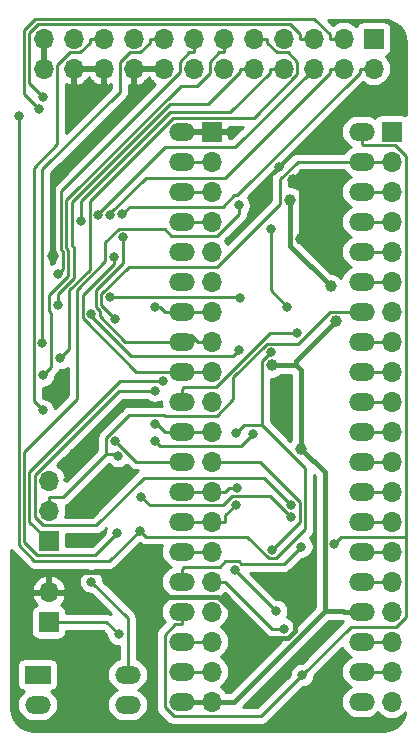
<source format=gbl>
G04 #@! TF.GenerationSoftware,KiCad,Pcbnew,(5.1.2-1)-1*
G04 #@! TF.CreationDate,2019-05-24T16:53:51+02:00*
G04 #@! TF.ProjectId,TriMod CBM Adapter (SMD-Version),5472694d-6f64-4204-9342-4d2041646170,1.1*
G04 #@! TF.SameCoordinates,Original*
G04 #@! TF.FileFunction,Copper,L2,Bot*
G04 #@! TF.FilePolarity,Positive*
%FSLAX46Y46*%
G04 Gerber Fmt 4.6, Leading zero omitted, Abs format (unit mm)*
G04 Created by KiCad (PCBNEW (5.1.2-1)-1) date 2019-05-24 16:53:51*
%MOMM*%
%LPD*%
G04 APERTURE LIST*
%ADD10R,1.700000X1.700000*%
%ADD11O,1.700000X1.700000*%
%ADD12R,2.197100X1.498600*%
%ADD13O,2.197100X1.498600*%
%ADD14O,2.200000X1.500000*%
%ADD15C,1.000000*%
%ADD16C,0.800000*%
%ADD17C,0.400000*%
%ADD18C,0.250000*%
%ADD19C,0.254000*%
G04 APERTURE END LIST*
D10*
X119570000Y-110871000D03*
D11*
X119570000Y-108331000D03*
X119570000Y-105791000D03*
X133350000Y-124460000D03*
X133350000Y-121920000D03*
X133350000Y-119380000D03*
X133350000Y-116840000D03*
X133350000Y-114300000D03*
X133350000Y-111760000D03*
X133350000Y-109220000D03*
X133350000Y-106680000D03*
X133350000Y-104140000D03*
X133350000Y-101600000D03*
X133350000Y-99060000D03*
X133350000Y-96520000D03*
X133350000Y-93980000D03*
X133350000Y-91440000D03*
X133350000Y-88900000D03*
X133350000Y-86360000D03*
X133350000Y-83820000D03*
X133350000Y-81280000D03*
X133350000Y-78740000D03*
D10*
X133350000Y-76200000D03*
X148590000Y-76200000D03*
D11*
X148590000Y-78740000D03*
X148590000Y-81280000D03*
X148590000Y-83820000D03*
X148590000Y-86360000D03*
X148590000Y-88900000D03*
X148590000Y-91440000D03*
X148590000Y-93980000D03*
X148590000Y-96520000D03*
X148590000Y-99060000D03*
X148590000Y-101600000D03*
X148590000Y-104140000D03*
X148590000Y-106680000D03*
X148590000Y-109220000D03*
X148590000Y-111760000D03*
X148590000Y-114300000D03*
X148590000Y-116840000D03*
X148590000Y-119380000D03*
X148590000Y-121920000D03*
X148590000Y-124460000D03*
X119126000Y-70866000D03*
X119126000Y-68326000D03*
X121666000Y-70866000D03*
X121666000Y-68326000D03*
X124206000Y-70866000D03*
X124206000Y-68326000D03*
X126746000Y-70866000D03*
X126746000Y-68326000D03*
X129286000Y-70866000D03*
X129286000Y-68326000D03*
X131826000Y-70866000D03*
X131826000Y-68326000D03*
X134366000Y-70866000D03*
X134366000Y-68326000D03*
X136906000Y-70866000D03*
X136906000Y-68326000D03*
X139446000Y-70866000D03*
X139446000Y-68326000D03*
X141986000Y-70866000D03*
X141986000Y-68326000D03*
X144526000Y-70866000D03*
X144526000Y-68326000D03*
X147066000Y-70866000D03*
D10*
X147066000Y-68326000D03*
X119570000Y-117729000D03*
D11*
X119570000Y-115189000D03*
D12*
X118618000Y-122174000D03*
D13*
X126238000Y-122174000D03*
X118618000Y-124714000D03*
X126238000Y-124714000D03*
D14*
X130810000Y-76200000D03*
X130810000Y-78740000D03*
X130810000Y-81280000D03*
X130810000Y-83820000D03*
X130810000Y-86360000D03*
X130810000Y-88900000D03*
X130810000Y-91440000D03*
X130810000Y-93980000D03*
X130810000Y-96520000D03*
X130810000Y-99060000D03*
X130810000Y-101600000D03*
X130810000Y-104140000D03*
X130810000Y-106680000D03*
X130810000Y-109220000D03*
X130810000Y-111760000D03*
X130810000Y-114300000D03*
X130810000Y-116840000D03*
X130810000Y-119380000D03*
X130810000Y-121920000D03*
X130810000Y-124460000D03*
X146050000Y-124460000D03*
X146050000Y-121920000D03*
X146050000Y-119380000D03*
X146050000Y-116840000D03*
X146050000Y-114300000D03*
X146050000Y-111760000D03*
X146050000Y-109220000D03*
X146050000Y-106680000D03*
X146050000Y-104140000D03*
X146050000Y-101600000D03*
X146050000Y-99060000D03*
X146050000Y-96520000D03*
X146050000Y-93980000D03*
X146050000Y-91440000D03*
X146050000Y-88900000D03*
X146050000Y-86360000D03*
X146050000Y-83820000D03*
X146050000Y-81280000D03*
X146050000Y-78740000D03*
X146050000Y-76200000D03*
D15*
X140375500Y-115506600D03*
X140944000Y-85336600D03*
X140255800Y-80324300D03*
X119955000Y-86720700D03*
D16*
X139700000Y-98425000D03*
X139065000Y-79184500D03*
X143510000Y-76200000D03*
X120523000Y-98552000D03*
X136969500Y-124587000D03*
X121094500Y-120269000D03*
X121729500Y-103378000D03*
X121475500Y-107950000D03*
X121412000Y-110680500D03*
D15*
X140948800Y-103043800D03*
X143449300Y-89320800D03*
X140024800Y-81983500D03*
X138456100Y-96000300D03*
X143866300Y-92285700D03*
D16*
X125485900Y-118763200D03*
X129199700Y-97361000D03*
X125426000Y-103664600D03*
X140575100Y-93249900D03*
X128585000Y-100932600D03*
X135726800Y-90295600D03*
X124752000Y-90237100D03*
X120338200Y-88291100D03*
X119018900Y-94098700D03*
X139447700Y-118284100D03*
X135381100Y-107833000D03*
X135490400Y-106353400D03*
X138494700Y-111607100D03*
X125090200Y-86830100D03*
X125822900Y-85170000D03*
X128532700Y-91070800D03*
X123161700Y-114314500D03*
X125204200Y-92058500D03*
X119055200Y-99816700D03*
X119063500Y-96850700D03*
X120351500Y-90918400D03*
X120536600Y-95362500D03*
X122287300Y-83751400D03*
X123757200Y-83309000D03*
X119091600Y-73258900D03*
X124757600Y-83243400D03*
X118714400Y-74275500D03*
X125758000Y-83218000D03*
X117020700Y-74850300D03*
X127263200Y-109982400D03*
X138365300Y-94880200D03*
X135420100Y-101765200D03*
X140954100Y-111342500D03*
X143750600Y-111083300D03*
X141011200Y-122233500D03*
X125217100Y-102386500D03*
X138804700Y-116785200D03*
X135318900Y-113332900D03*
X136880000Y-101793800D03*
X128534300Y-102399500D03*
X140083500Y-107829100D03*
X128540600Y-98147300D03*
X135643800Y-94677500D03*
X123153200Y-91670200D03*
X125336900Y-110210000D03*
X135648300Y-82452200D03*
X127381500Y-107103800D03*
X140073800Y-108829400D03*
X139767300Y-91053900D03*
X138371100Y-84484000D03*
D17*
X120820300Y-115189000D02*
X122500100Y-113509200D01*
X122500100Y-113509200D02*
X126480800Y-113509200D01*
X126480800Y-113509200D02*
X128541600Y-115570000D01*
X128541600Y-115570000D02*
X133871800Y-115570000D01*
X133871800Y-115570000D02*
X137388200Y-119086400D01*
X137388200Y-119086400D02*
X139810200Y-119086400D01*
X139810200Y-119086400D02*
X140375500Y-118521100D01*
X140375500Y-118521100D02*
X140375500Y-115506600D01*
X140944000Y-85336600D02*
X140944000Y-81012500D01*
X140944000Y-81012500D02*
X140255800Y-80324300D01*
X119955000Y-86720700D02*
X119955000Y-80470900D01*
X119955000Y-80470900D02*
X126746000Y-73679900D01*
X126746000Y-73679900D02*
X126746000Y-70866000D01*
X119570000Y-115189000D02*
X120820300Y-115189000D01*
X126746000Y-70866000D02*
X129286000Y-70866000D01*
X119126000Y-70866000D02*
X119126000Y-68326000D01*
X124206000Y-70866000D02*
X121666000Y-70866000D01*
X142941200Y-116804500D02*
X142941200Y-105036200D01*
X142941200Y-105036200D02*
X140948800Y-103043800D01*
X140520000Y-96000300D02*
X140948800Y-96429100D01*
X140948800Y-96429100D02*
X140948800Y-103043800D01*
X138456100Y-96000300D02*
X140520000Y-96000300D01*
X143866300Y-92285700D02*
X140520000Y-95632000D01*
X140520000Y-95632000D02*
X140520000Y-96000300D01*
X142941200Y-116804500D02*
X144514200Y-116804500D01*
X144514200Y-116804500D02*
X144549700Y-116840000D01*
X133350000Y-124460000D02*
X135285700Y-124460000D01*
X135285700Y-124460000D02*
X142941200Y-116804500D01*
X140024800Y-81983500D02*
X140024800Y-85896300D01*
X140024800Y-85896300D02*
X143449300Y-89320800D01*
X130810000Y-124460000D02*
X133350000Y-124460000D01*
X146050000Y-116840000D02*
X144549700Y-116840000D01*
D18*
X119570000Y-117729000D02*
X124451700Y-117729000D01*
X124451700Y-117729000D02*
X125485900Y-118763200D01*
X119570000Y-110871000D02*
X117934600Y-109235600D01*
X117934600Y-109235600D02*
X117934600Y-104994900D01*
X117934600Y-104994900D02*
X125568500Y-97361000D01*
X125568500Y-97361000D02*
X129199700Y-97361000D01*
X144624700Y-91440000D02*
X143419900Y-91440000D01*
X143419900Y-91440000D02*
X140705000Y-94154900D01*
X140705000Y-94154900D02*
X138064900Y-94154900D01*
X138064900Y-94154900D02*
X135205700Y-97014100D01*
X135205700Y-97014100D02*
X135205700Y-98872600D01*
X135205700Y-98872600D02*
X133809700Y-100268600D01*
X133809700Y-100268600D02*
X129446000Y-100268600D01*
X129446000Y-100268600D02*
X129358900Y-100181500D01*
X129358900Y-100181500D02*
X126383900Y-100181500D01*
X126383900Y-100181500D02*
X124448800Y-102116600D01*
X124448800Y-102116600D02*
X124448800Y-103466000D01*
X124448800Y-103466000D02*
X120759100Y-107155700D01*
X120759100Y-107155700D02*
X119570000Y-107155700D01*
X124448800Y-103466000D02*
X125227400Y-103466000D01*
X125227400Y-103466000D02*
X125426000Y-103664600D01*
X119570000Y-108331000D02*
X119570000Y-107155700D01*
X146050000Y-91440000D02*
X144624700Y-91440000D01*
X130810000Y-97984700D02*
X130993200Y-97801500D01*
X130993200Y-97801500D02*
X133756100Y-97801500D01*
X133756100Y-97801500D02*
X138307700Y-93249900D01*
X138307700Y-93249900D02*
X140575100Y-93249900D01*
X130810000Y-99060000D02*
X130810000Y-97984700D01*
X130810000Y-101600000D02*
X129384700Y-101600000D01*
X129384700Y-101600000D02*
X128717300Y-100932600D01*
X128717300Y-100932600D02*
X128585000Y-100932600D01*
X133350000Y-101600000D02*
X130810000Y-101600000D01*
X131826000Y-69501300D02*
X131458600Y-69501300D01*
X131458600Y-69501300D02*
X130650700Y-70309200D01*
X130650700Y-70309200D02*
X130650700Y-71177900D01*
X130650700Y-71177900D02*
X120576600Y-81252000D01*
X120576600Y-81252000D02*
X120576600Y-86175000D01*
X120576600Y-86175000D02*
X120780300Y-86378700D01*
X120780300Y-86378700D02*
X120780300Y-87849000D01*
X120780300Y-87849000D02*
X120338200Y-88291100D01*
X124752000Y-90237100D02*
X135668300Y-90237100D01*
X135668300Y-90237100D02*
X135726800Y-90295600D01*
X131826000Y-68326000D02*
X131826000Y-69501300D01*
X129286000Y-68326000D02*
X128110700Y-68326000D01*
X128110700Y-68326000D02*
X128110700Y-68693400D01*
X128110700Y-68693400D02*
X127302800Y-69501300D01*
X127302800Y-69501300D02*
X126409700Y-69501300D01*
X126409700Y-69501300D02*
X125570600Y-70340400D01*
X125570600Y-70340400D02*
X125570600Y-72863300D01*
X125570600Y-72863300D02*
X119018900Y-79415000D01*
X119018900Y-79415000D02*
X119018900Y-94098700D01*
X130810000Y-121920000D02*
X133350000Y-121920000D01*
X130810000Y-119380000D02*
X133350000Y-119380000D01*
X133350000Y-114300000D02*
X134525300Y-114300000D01*
X139447700Y-118284100D02*
X138509400Y-118284100D01*
X138509400Y-118284100D02*
X134525300Y-114300000D01*
X130810000Y-111760000D02*
X133350000Y-111760000D01*
X133350000Y-109220000D02*
X134525300Y-109220000D01*
X134525300Y-109220000D02*
X134525300Y-108688800D01*
X134525300Y-108688800D02*
X135381100Y-107833000D01*
X130810000Y-109220000D02*
X133350000Y-109220000D01*
X134525300Y-106680000D02*
X134851900Y-106353400D01*
X134851900Y-106353400D02*
X135490400Y-106353400D01*
X133350000Y-106680000D02*
X134525300Y-106680000D01*
X130810000Y-106680000D02*
X133350000Y-106680000D01*
X138494700Y-111607100D02*
X140812500Y-109289300D01*
X140812500Y-109289300D02*
X140812500Y-107529700D01*
X140812500Y-107529700D02*
X137422800Y-104140000D01*
X137422800Y-104140000D02*
X133350000Y-104140000D01*
X129384700Y-96520000D02*
X126950100Y-96520000D01*
X126950100Y-96520000D02*
X122427800Y-91997700D01*
X122427800Y-91997700D02*
X122427800Y-90065700D01*
X122427800Y-90065700D02*
X125090200Y-87403300D01*
X125090200Y-87403300D02*
X125090200Y-86830100D01*
X130810000Y-96520000D02*
X129384700Y-96520000D01*
X133350000Y-96520000D02*
X130810000Y-96520000D01*
X129384700Y-93980000D02*
X126037900Y-93980000D01*
X126037900Y-93980000D02*
X123878500Y-91820600D01*
X123878500Y-91820600D02*
X123878500Y-91369700D01*
X123878500Y-91369700D02*
X123526400Y-91017600D01*
X123526400Y-91017600D02*
X123526400Y-89604100D01*
X123526400Y-89604100D02*
X125822900Y-87307600D01*
X125822900Y-87307600D02*
X125822900Y-85170000D01*
X130810000Y-93980000D02*
X129384700Y-93980000D01*
X133350000Y-93980000D02*
X132174700Y-93980000D01*
X130810000Y-93442300D02*
X131637000Y-93442300D01*
X131637000Y-93442300D02*
X132174700Y-93980000D01*
X130810000Y-93980000D02*
X130810000Y-93442300D01*
X129384700Y-91440000D02*
X129015500Y-91070800D01*
X129015500Y-91070800D02*
X128532700Y-91070800D01*
X130810000Y-91440000D02*
X129384700Y-91440000D01*
X130810000Y-91440000D02*
X133350000Y-91440000D01*
X130810000Y-83820000D02*
X133350000Y-83820000D01*
X130810000Y-81280000D02*
X133350000Y-81280000D01*
X130810000Y-78740000D02*
X133350000Y-78740000D01*
X125204200Y-92058500D02*
X124018300Y-90872600D01*
X124018300Y-90872600D02*
X124018300Y-89945000D01*
X124018300Y-89945000D02*
X126333300Y-87630000D01*
X126333300Y-87630000D02*
X133834200Y-87630000D01*
X133834200Y-87630000D02*
X139121000Y-82343200D01*
X139121000Y-82343200D02*
X139121000Y-80248300D01*
X139121000Y-80248300D02*
X140629300Y-78740000D01*
X140629300Y-78740000D02*
X146050000Y-78740000D01*
X123161700Y-114314500D02*
X126238000Y-117390800D01*
X126238000Y-117390800D02*
X126238000Y-122174000D01*
X148590000Y-78740000D02*
X146050000Y-78740000D01*
X146050000Y-81280000D02*
X148590000Y-81280000D01*
X146050000Y-83820000D02*
X148590000Y-83820000D01*
X146050000Y-86360000D02*
X148590000Y-86360000D01*
X146050000Y-88900000D02*
X148590000Y-88900000D01*
X146050000Y-93980000D02*
X148590000Y-93980000D01*
X146050000Y-96520000D02*
X148590000Y-96520000D01*
X146050000Y-99060000D02*
X148590000Y-99060000D01*
X146050000Y-101600000D02*
X148590000Y-101600000D01*
X146050000Y-104140000D02*
X148590000Y-104140000D01*
X146050000Y-106680000D02*
X148590000Y-106680000D01*
X146050000Y-109220000D02*
X148590000Y-109220000D01*
X146050000Y-111760000D02*
X148590000Y-111760000D01*
X146050000Y-114300000D02*
X148590000Y-114300000D01*
X146050000Y-119380000D02*
X148590000Y-119380000D01*
X146050000Y-121920000D02*
X148590000Y-121920000D01*
X123030700Y-68326000D02*
X123030700Y-68693400D01*
X123030700Y-68693400D02*
X122222800Y-69501300D01*
X122222800Y-69501300D02*
X121358700Y-69501300D01*
X121358700Y-69501300D02*
X120301400Y-70558600D01*
X120301400Y-70558600D02*
X120301400Y-77299200D01*
X120301400Y-77299200D02*
X118285200Y-79315400D01*
X118285200Y-79315400D02*
X118285200Y-99046700D01*
X118285200Y-99046700D02*
X119055200Y-99816700D01*
X124206000Y-68326000D02*
X123030700Y-68326000D01*
X119063500Y-96850700D02*
X119759600Y-96154600D01*
X119759600Y-96154600D02*
X119759600Y-91566500D01*
X119759600Y-91566500D02*
X119626200Y-91433100D01*
X119626200Y-91433100D02*
X119626200Y-90029100D01*
X119626200Y-90029100D02*
X121230600Y-88424700D01*
X121230600Y-88424700D02*
X121230600Y-86192100D01*
X121230600Y-86192100D02*
X121068100Y-86029600D01*
X121068100Y-86029600D02*
X121068100Y-82014100D01*
X121068100Y-82014100D02*
X130723300Y-72358900D01*
X130723300Y-72358900D02*
X132079900Y-72358900D01*
X132079900Y-72358900D02*
X133190700Y-71248100D01*
X133190700Y-71248100D02*
X133190700Y-70309200D01*
X133190700Y-70309200D02*
X133998600Y-69501300D01*
X133998600Y-69501300D02*
X134366000Y-69501300D01*
X134366000Y-68326000D02*
X134366000Y-69501300D01*
X135730700Y-70866000D02*
X135730700Y-71167300D01*
X135730700Y-71167300D02*
X133025500Y-73872500D01*
X133025500Y-73872500D02*
X129866800Y-73872500D01*
X129866800Y-73872500D02*
X121542700Y-82196600D01*
X121542700Y-82196600D02*
X121542700Y-85867300D01*
X121542700Y-85867300D02*
X121680900Y-86005500D01*
X121680900Y-86005500D02*
X121680900Y-88611300D01*
X121680900Y-88611300D02*
X120351500Y-89940700D01*
X120351500Y-89940700D02*
X120351500Y-90918400D01*
X136906000Y-70866000D02*
X135730700Y-70866000D01*
X138081300Y-68326000D02*
X138081300Y-68693400D01*
X138081300Y-68693400D02*
X138889200Y-69501300D01*
X138889200Y-69501300D02*
X139782300Y-69501300D01*
X139782300Y-69501300D02*
X140621400Y-70340400D01*
X140621400Y-70340400D02*
X140621400Y-71357000D01*
X140621400Y-71357000D02*
X136953700Y-75024700D01*
X136953700Y-75024700D02*
X130051400Y-75024700D01*
X130051400Y-75024700D02*
X123031800Y-82044300D01*
X123031800Y-82044300D02*
X123031800Y-87897300D01*
X123031800Y-87897300D02*
X121302100Y-89627000D01*
X121302100Y-89627000D02*
X121302100Y-94597000D01*
X121302100Y-94597000D02*
X120536600Y-95362500D01*
X136906000Y-68326000D02*
X138081300Y-68326000D01*
X122287300Y-83751400D02*
X122287300Y-82088900D01*
X122287300Y-82088900D02*
X129803000Y-74573200D01*
X129803000Y-74573200D02*
X134930800Y-74573200D01*
X134930800Y-74573200D02*
X138270700Y-71233300D01*
X138270700Y-71233300D02*
X138270700Y-70866000D01*
X139446000Y-70866000D02*
X138270700Y-70866000D01*
X123757200Y-83309000D02*
X123757200Y-83169400D01*
X123757200Y-83169400D02*
X129384700Y-77541900D01*
X129384700Y-77541900D02*
X135310100Y-77541900D01*
X135310100Y-77541900D02*
X141986000Y-70866000D01*
X141986000Y-68326000D02*
X140810700Y-68326000D01*
X140810700Y-68326000D02*
X140810700Y-67958700D01*
X140810700Y-67958700D02*
X139964800Y-67112800D01*
X139964800Y-67112800D02*
X118676300Y-67112800D01*
X118676300Y-67112800D02*
X117923900Y-67865200D01*
X117923900Y-67865200D02*
X117923900Y-72091200D01*
X117923900Y-72091200D02*
X119091600Y-73258900D01*
X143350700Y-70866000D02*
X143350700Y-71233300D01*
X143350700Y-71233300D02*
X134485200Y-80098800D01*
X134485200Y-80098800D02*
X127787600Y-80098800D01*
X127787600Y-80098800D02*
X124757600Y-83128800D01*
X124757600Y-83128800D02*
X124757600Y-83243400D01*
X144526000Y-70866000D02*
X143350700Y-70866000D01*
X144526000Y-68326000D02*
X143350700Y-68326000D01*
X118714400Y-74275500D02*
X117473500Y-73034600D01*
X117473500Y-73034600D02*
X117473500Y-67628200D01*
X117473500Y-67628200D02*
X118439300Y-66662400D01*
X118439300Y-66662400D02*
X142054400Y-66662400D01*
X142054400Y-66662400D02*
X143350700Y-67958700D01*
X143350700Y-67958700D02*
X143350700Y-68326000D01*
X145890700Y-70866000D02*
X145890700Y-71220400D01*
X145890700Y-71220400D02*
X135504800Y-81606300D01*
X135504800Y-81606300D02*
X135277000Y-81606300D01*
X135277000Y-81606300D02*
X134333300Y-82550000D01*
X134333300Y-82550000D02*
X126426000Y-82550000D01*
X126426000Y-82550000D02*
X125758000Y-83218000D01*
X147066000Y-70866000D02*
X145890700Y-70866000D01*
X127263200Y-109982400D02*
X124698500Y-112547100D01*
X124698500Y-112547100D02*
X118352900Y-112547100D01*
X118352900Y-112547100D02*
X117020700Y-111214900D01*
X117020700Y-111214900D02*
X117020700Y-74850300D01*
X127263200Y-109982400D02*
X127770800Y-110490000D01*
X127770800Y-110490000D02*
X136351900Y-110490000D01*
X136351900Y-110490000D02*
X138194300Y-112332400D01*
X138194300Y-112332400D02*
X138819600Y-112332400D01*
X138819600Y-112332400D02*
X141272400Y-109879600D01*
X141272400Y-109879600D02*
X141272400Y-104711900D01*
X141272400Y-104711900D02*
X137606500Y-101046000D01*
X137606500Y-101046000D02*
X136139300Y-101046000D01*
X136139300Y-101046000D02*
X135420100Y-101765200D01*
X138365300Y-94880200D02*
X137606500Y-95639000D01*
X137606500Y-95639000D02*
X137606500Y-101046000D01*
X130810000Y-113224700D02*
X131004700Y-113030000D01*
X131004700Y-113030000D02*
X134085000Y-113030000D01*
X134085000Y-113030000D02*
X134518400Y-112596600D01*
X134518400Y-112596600D02*
X135642000Y-112596600D01*
X135642000Y-112596600D02*
X135849900Y-112804500D01*
X135849900Y-112804500D02*
X139492100Y-112804500D01*
X139492100Y-112804500D02*
X140954100Y-111342500D01*
X130810000Y-114300000D02*
X130810000Y-113224700D01*
X149781000Y-110564200D02*
X149781000Y-117313400D01*
X149781000Y-117313400D02*
X148984400Y-118110000D01*
X148984400Y-118110000D02*
X145134700Y-118110000D01*
X145134700Y-118110000D02*
X141011200Y-122233500D01*
X146050000Y-77275300D02*
X146150100Y-77375400D01*
X146150100Y-77375400D02*
X148892300Y-77375400D01*
X148892300Y-77375400D02*
X149781000Y-78264100D01*
X149781000Y-78264100D02*
X149781000Y-110564200D01*
X149781000Y-110564200D02*
X144269700Y-110564200D01*
X144269700Y-110564200D02*
X143750600Y-111083300D01*
X130810000Y-116840000D02*
X130810000Y-117915300D01*
X130810000Y-117915300D02*
X130272300Y-117915300D01*
X130272300Y-117915300D02*
X129367400Y-118820200D01*
X129367400Y-118820200D02*
X129367400Y-124927900D01*
X129367400Y-124927900D02*
X130140200Y-125700700D01*
X130140200Y-125700700D02*
X137544000Y-125700700D01*
X137544000Y-125700700D02*
X141011200Y-122233500D01*
X146050000Y-76200000D02*
X146050000Y-77275300D01*
X130810000Y-104140000D02*
X126970600Y-104140000D01*
X126970600Y-104140000D02*
X125217100Y-102386500D01*
X135318900Y-113332900D02*
X138771200Y-116785200D01*
X138771200Y-116785200D02*
X138804700Y-116785200D01*
X128534300Y-102399500D02*
X128950000Y-102815200D01*
X128950000Y-102815200D02*
X135858600Y-102815200D01*
X135858600Y-102815200D02*
X136880000Y-101793800D01*
X128540600Y-98147300D02*
X125504700Y-98147300D01*
X125504700Y-98147300D02*
X118385000Y-105267000D01*
X118385000Y-105267000D02*
X118385000Y-108872400D01*
X118385000Y-108872400D02*
X119069400Y-109556800D01*
X119069400Y-109556800D02*
X123558200Y-109556800D01*
X123558200Y-109556800D02*
X127619800Y-105495200D01*
X127619800Y-105495200D02*
X137749600Y-105495200D01*
X137749600Y-105495200D02*
X140083500Y-107829100D01*
X135643800Y-94677500D02*
X135142900Y-95178400D01*
X135142900Y-95178400D02*
X126539300Y-95178400D01*
X126539300Y-95178400D02*
X123153200Y-91792300D01*
X123153200Y-91792300D02*
X123153200Y-91670200D01*
X125336900Y-110210000D02*
X123500500Y-112046400D01*
X123500500Y-112046400D02*
X118534700Y-112046400D01*
X118534700Y-112046400D02*
X117471100Y-110982800D01*
X117471100Y-110982800D02*
X117471100Y-103311400D01*
X117471100Y-103311400D02*
X121926200Y-98856300D01*
X121926200Y-98856300D02*
X121926200Y-89639800D01*
X121926200Y-89639800D02*
X124364800Y-87201200D01*
X124364800Y-87201200D02*
X124364800Y-85588600D01*
X124364800Y-85588600D02*
X125513500Y-84439900D01*
X125513500Y-84439900D02*
X129379900Y-84439900D01*
X129379900Y-84439900D02*
X129949300Y-85009300D01*
X129949300Y-85009300D02*
X133840400Y-85009300D01*
X133840400Y-85009300D02*
X135648300Y-83201400D01*
X135648300Y-83201400D02*
X135648300Y-82452200D01*
X127381500Y-107103800D02*
X128137200Y-107859500D01*
X128137200Y-107859500D02*
X134327000Y-107859500D01*
X134327000Y-107859500D02*
X135093300Y-107093200D01*
X135093300Y-107093200D02*
X138321900Y-107093200D01*
X138321900Y-107093200D02*
X140058100Y-108829400D01*
X140058100Y-108829400D02*
X140073800Y-108829400D01*
X138371100Y-84484000D02*
X138371100Y-89657700D01*
X138371100Y-89657700D02*
X139767300Y-91053900D01*
D19*
G36*
X127346524Y-111124974D02*
G01*
X127478553Y-111195546D01*
X127621814Y-111239003D01*
X127733467Y-111250000D01*
X127733477Y-111250000D01*
X127770800Y-111253676D01*
X127808123Y-111250000D01*
X129167386Y-111250000D01*
X129095040Y-111488493D01*
X129068299Y-111760000D01*
X129095040Y-112031507D01*
X129174236Y-112292581D01*
X129302843Y-112533188D01*
X129475919Y-112744081D01*
X129686812Y-112917157D01*
X129897927Y-113030000D01*
X129686812Y-113142843D01*
X129475919Y-113315919D01*
X129302843Y-113526812D01*
X129174236Y-113767419D01*
X129095040Y-114028493D01*
X129068299Y-114300000D01*
X129095040Y-114571507D01*
X129174236Y-114832581D01*
X129302843Y-115073188D01*
X129475919Y-115284081D01*
X129686812Y-115457157D01*
X129897927Y-115570000D01*
X129686812Y-115682843D01*
X129475919Y-115855919D01*
X129302843Y-116066812D01*
X129174236Y-116307419D01*
X129095040Y-116568493D01*
X129068299Y-116840000D01*
X129095040Y-117111507D01*
X129174236Y-117372581D01*
X129302843Y-117613188D01*
X129391537Y-117721261D01*
X128856402Y-118256397D01*
X128827399Y-118280199D01*
X128790742Y-118324866D01*
X128732426Y-118395924D01*
X128661855Y-118527953D01*
X128661854Y-118527954D01*
X128618397Y-118671215D01*
X128607400Y-118782868D01*
X128607400Y-118782878D01*
X128603724Y-118820200D01*
X128607400Y-118857523D01*
X128607401Y-124890568D01*
X128603724Y-124927900D01*
X128607401Y-124965233D01*
X128618398Y-125076886D01*
X128631526Y-125120163D01*
X128661854Y-125220146D01*
X128732426Y-125352176D01*
X128778612Y-125408453D01*
X128827400Y-125467901D01*
X128856398Y-125491699D01*
X129576401Y-126211702D01*
X129600199Y-126240701D01*
X129715924Y-126335674D01*
X129847953Y-126406246D01*
X129991214Y-126449703D01*
X130102867Y-126460700D01*
X130102876Y-126460700D01*
X130140199Y-126464376D01*
X130177522Y-126460700D01*
X137506678Y-126460700D01*
X137544000Y-126464376D01*
X137581322Y-126460700D01*
X137581333Y-126460700D01*
X137692986Y-126449703D01*
X137836247Y-126406246D01*
X137968276Y-126335674D01*
X138084001Y-126240701D01*
X138107804Y-126211697D01*
X141051002Y-123268500D01*
X141113139Y-123268500D01*
X141313098Y-123228726D01*
X141501456Y-123150705D01*
X141670974Y-123037437D01*
X141815137Y-122893274D01*
X141928405Y-122723756D01*
X142006426Y-122535398D01*
X142046200Y-122335439D01*
X142046200Y-122273301D01*
X144412533Y-119906968D01*
X144414236Y-119912581D01*
X144542843Y-120153188D01*
X144715919Y-120364081D01*
X144926812Y-120537157D01*
X145137927Y-120650000D01*
X144926812Y-120762843D01*
X144715919Y-120935919D01*
X144542843Y-121146812D01*
X144414236Y-121387419D01*
X144335040Y-121648493D01*
X144308299Y-121920000D01*
X144335040Y-122191507D01*
X144414236Y-122452581D01*
X144542843Y-122693188D01*
X144715919Y-122904081D01*
X144926812Y-123077157D01*
X145137927Y-123190000D01*
X144926812Y-123302843D01*
X144715919Y-123475919D01*
X144542843Y-123686812D01*
X144414236Y-123927419D01*
X144335040Y-124188493D01*
X144308299Y-124460000D01*
X144335040Y-124731507D01*
X144414236Y-124992581D01*
X144542843Y-125233188D01*
X144715919Y-125444081D01*
X144926812Y-125617157D01*
X145167419Y-125745764D01*
X145428493Y-125824960D01*
X145631963Y-125845000D01*
X146468037Y-125845000D01*
X146671507Y-125824960D01*
X146932581Y-125745764D01*
X147173188Y-125617157D01*
X147384081Y-125444081D01*
X147430318Y-125387742D01*
X147534866Y-125515134D01*
X147760986Y-125700706D01*
X148018966Y-125838599D01*
X148298889Y-125923513D01*
X148517050Y-125945000D01*
X148662950Y-125945000D01*
X148881111Y-125923513D01*
X149161034Y-125838599D01*
X149419014Y-125700706D01*
X149645134Y-125515134D01*
X149753328Y-125383300D01*
X149746809Y-125449784D01*
X149643771Y-125791063D01*
X149476409Y-126105825D01*
X149251097Y-126382083D01*
X148976418Y-126609317D01*
X148662838Y-126778869D01*
X148322288Y-126884287D01*
X147934928Y-126925000D01*
X118271720Y-126925000D01*
X117882216Y-126886809D01*
X117540937Y-126783771D01*
X117226175Y-126616409D01*
X116949917Y-126391097D01*
X116722683Y-126116418D01*
X116553131Y-125802838D01*
X116447713Y-125462288D01*
X116407000Y-125074928D01*
X116407000Y-124714000D01*
X116877752Y-124714000D01*
X116904480Y-124985370D01*
X116983635Y-125246312D01*
X117112177Y-125486797D01*
X117285166Y-125697584D01*
X117495953Y-125870573D01*
X117736438Y-125999115D01*
X117997380Y-126078270D01*
X118200745Y-126098300D01*
X119035255Y-126098300D01*
X119238620Y-126078270D01*
X119499562Y-125999115D01*
X119740047Y-125870573D01*
X119950834Y-125697584D01*
X120123823Y-125486797D01*
X120252365Y-125246312D01*
X120331520Y-124985370D01*
X120358248Y-124714000D01*
X120331520Y-124442630D01*
X120252365Y-124181688D01*
X120123823Y-123941203D01*
X119950834Y-123730416D01*
X119741821Y-123558883D01*
X119841032Y-123549112D01*
X119960730Y-123512802D01*
X120071044Y-123453837D01*
X120167735Y-123374485D01*
X120247087Y-123277794D01*
X120306052Y-123167480D01*
X120342362Y-123047782D01*
X120354622Y-122923300D01*
X120354622Y-121424700D01*
X120342362Y-121300218D01*
X120306052Y-121180520D01*
X120247087Y-121070206D01*
X120167735Y-120973515D01*
X120071044Y-120894163D01*
X119960730Y-120835198D01*
X119841032Y-120798888D01*
X119716550Y-120786628D01*
X117519450Y-120786628D01*
X117394968Y-120798888D01*
X117275270Y-120835198D01*
X117164956Y-120894163D01*
X117068265Y-120973515D01*
X116988913Y-121070206D01*
X116929948Y-121180520D01*
X116893638Y-121300218D01*
X116881378Y-121424700D01*
X116881378Y-122923300D01*
X116893638Y-123047782D01*
X116929948Y-123167480D01*
X116988913Y-123277794D01*
X117068265Y-123374485D01*
X117164956Y-123453837D01*
X117275270Y-123512802D01*
X117394968Y-123549112D01*
X117494179Y-123558883D01*
X117285166Y-123730416D01*
X117112177Y-123941203D01*
X116983635Y-124181688D01*
X116904480Y-124442630D01*
X116877752Y-124714000D01*
X116407000Y-124714000D01*
X116407000Y-114832110D01*
X118128524Y-114832110D01*
X118249845Y-115062000D01*
X119443000Y-115062000D01*
X119443000Y-113868186D01*
X119697000Y-113868186D01*
X119697000Y-115062000D01*
X120890155Y-115062000D01*
X121011476Y-114832110D01*
X120966825Y-114684901D01*
X120841641Y-114422080D01*
X120667588Y-114188731D01*
X120451355Y-113993822D01*
X120201252Y-113844843D01*
X119926891Y-113747519D01*
X119697000Y-113868186D01*
X119443000Y-113868186D01*
X119213109Y-113747519D01*
X118938748Y-113844843D01*
X118688645Y-113993822D01*
X118472412Y-114188731D01*
X118298359Y-114422080D01*
X118173175Y-114684901D01*
X118128524Y-114832110D01*
X116407000Y-114832110D01*
X116407000Y-111665098D01*
X116425571Y-111687726D01*
X116480699Y-111754901D01*
X116509703Y-111778704D01*
X117789101Y-113058103D01*
X117812899Y-113087101D01*
X117928624Y-113182074D01*
X118060653Y-113252646D01*
X118203914Y-113296103D01*
X118315567Y-113307100D01*
X118315576Y-113307100D01*
X118352899Y-113310776D01*
X118390222Y-113307100D01*
X122921005Y-113307100D01*
X122859802Y-113319274D01*
X122671444Y-113397295D01*
X122501926Y-113510563D01*
X122357763Y-113654726D01*
X122244495Y-113824244D01*
X122166474Y-114012602D01*
X122126700Y-114212561D01*
X122126700Y-114416439D01*
X122166474Y-114616398D01*
X122244495Y-114804756D01*
X122357763Y-114974274D01*
X122501926Y-115118437D01*
X122671444Y-115231705D01*
X122859802Y-115309726D01*
X123059761Y-115349500D01*
X123121899Y-115349500D01*
X124855456Y-117083058D01*
X124743947Y-117023454D01*
X124600686Y-116979997D01*
X124489033Y-116969000D01*
X124489022Y-116969000D01*
X124451700Y-116965324D01*
X124414378Y-116969000D01*
X121058072Y-116969000D01*
X121058072Y-116879000D01*
X121045812Y-116754518D01*
X121009502Y-116634820D01*
X120950537Y-116524506D01*
X120871185Y-116427815D01*
X120774494Y-116348463D01*
X120664180Y-116289498D01*
X120583534Y-116265034D01*
X120667588Y-116189269D01*
X120841641Y-115955920D01*
X120966825Y-115693099D01*
X121011476Y-115545890D01*
X120890155Y-115316000D01*
X119697000Y-115316000D01*
X119697000Y-115336000D01*
X119443000Y-115336000D01*
X119443000Y-115316000D01*
X118249845Y-115316000D01*
X118128524Y-115545890D01*
X118173175Y-115693099D01*
X118298359Y-115955920D01*
X118472412Y-116189269D01*
X118556466Y-116265034D01*
X118475820Y-116289498D01*
X118365506Y-116348463D01*
X118268815Y-116427815D01*
X118189463Y-116524506D01*
X118130498Y-116634820D01*
X118094188Y-116754518D01*
X118081928Y-116879000D01*
X118081928Y-118579000D01*
X118094188Y-118703482D01*
X118130498Y-118823180D01*
X118189463Y-118933494D01*
X118268815Y-119030185D01*
X118365506Y-119109537D01*
X118475820Y-119168502D01*
X118595518Y-119204812D01*
X118720000Y-119217072D01*
X120420000Y-119217072D01*
X120544482Y-119204812D01*
X120664180Y-119168502D01*
X120774494Y-119109537D01*
X120871185Y-119030185D01*
X120950537Y-118933494D01*
X121009502Y-118823180D01*
X121045812Y-118703482D01*
X121058072Y-118579000D01*
X121058072Y-118489000D01*
X124136899Y-118489000D01*
X124450900Y-118803002D01*
X124450900Y-118865139D01*
X124490674Y-119065098D01*
X124568695Y-119253456D01*
X124681963Y-119422974D01*
X124826126Y-119567137D01*
X124995644Y-119680405D01*
X125184002Y-119758426D01*
X125383961Y-119798200D01*
X125478001Y-119798200D01*
X125478001Y-120852010D01*
X125356438Y-120888885D01*
X125115953Y-121017427D01*
X124905166Y-121190416D01*
X124732177Y-121401203D01*
X124603635Y-121641688D01*
X124524480Y-121902630D01*
X124497752Y-122174000D01*
X124524480Y-122445370D01*
X124603635Y-122706312D01*
X124732177Y-122946797D01*
X124905166Y-123157584D01*
X125115953Y-123330573D01*
X125328160Y-123444000D01*
X125115953Y-123557427D01*
X124905166Y-123730416D01*
X124732177Y-123941203D01*
X124603635Y-124181688D01*
X124524480Y-124442630D01*
X124497752Y-124714000D01*
X124524480Y-124985370D01*
X124603635Y-125246312D01*
X124732177Y-125486797D01*
X124905166Y-125697584D01*
X125115953Y-125870573D01*
X125356438Y-125999115D01*
X125617380Y-126078270D01*
X125820745Y-126098300D01*
X126655255Y-126098300D01*
X126858620Y-126078270D01*
X127119562Y-125999115D01*
X127360047Y-125870573D01*
X127570834Y-125697584D01*
X127743823Y-125486797D01*
X127872365Y-125246312D01*
X127951520Y-124985370D01*
X127978248Y-124714000D01*
X127951520Y-124442630D01*
X127872365Y-124181688D01*
X127743823Y-123941203D01*
X127570834Y-123730416D01*
X127360047Y-123557427D01*
X127147840Y-123444000D01*
X127360047Y-123330573D01*
X127570834Y-123157584D01*
X127743823Y-122946797D01*
X127872365Y-122706312D01*
X127951520Y-122445370D01*
X127978248Y-122174000D01*
X127951520Y-121902630D01*
X127872365Y-121641688D01*
X127743823Y-121401203D01*
X127570834Y-121190416D01*
X127360047Y-121017427D01*
X127119562Y-120888885D01*
X126998000Y-120852010D01*
X126998000Y-117428122D01*
X127001676Y-117390799D01*
X126998000Y-117353476D01*
X126998000Y-117353467D01*
X126987003Y-117241814D01*
X126943546Y-117098553D01*
X126872974Y-116966524D01*
X126778001Y-116850799D01*
X126749004Y-116827002D01*
X124196700Y-114274699D01*
X124196700Y-114212561D01*
X124156926Y-114012602D01*
X124078905Y-113824244D01*
X123965637Y-113654726D01*
X123821474Y-113510563D01*
X123651956Y-113397295D01*
X123463598Y-113319274D01*
X123402395Y-113307100D01*
X124661178Y-113307100D01*
X124698500Y-113310776D01*
X124735822Y-113307100D01*
X124735833Y-113307100D01*
X124847486Y-113296103D01*
X124990747Y-113252646D01*
X125122776Y-113182074D01*
X125238501Y-113087101D01*
X125262304Y-113058097D01*
X127263535Y-111056867D01*
X127346524Y-111124974D01*
X127346524Y-111124974D01*
G37*
X127346524Y-111124974D02*
X127478553Y-111195546D01*
X127621814Y-111239003D01*
X127733467Y-111250000D01*
X127733477Y-111250000D01*
X127770800Y-111253676D01*
X127808123Y-111250000D01*
X129167386Y-111250000D01*
X129095040Y-111488493D01*
X129068299Y-111760000D01*
X129095040Y-112031507D01*
X129174236Y-112292581D01*
X129302843Y-112533188D01*
X129475919Y-112744081D01*
X129686812Y-112917157D01*
X129897927Y-113030000D01*
X129686812Y-113142843D01*
X129475919Y-113315919D01*
X129302843Y-113526812D01*
X129174236Y-113767419D01*
X129095040Y-114028493D01*
X129068299Y-114300000D01*
X129095040Y-114571507D01*
X129174236Y-114832581D01*
X129302843Y-115073188D01*
X129475919Y-115284081D01*
X129686812Y-115457157D01*
X129897927Y-115570000D01*
X129686812Y-115682843D01*
X129475919Y-115855919D01*
X129302843Y-116066812D01*
X129174236Y-116307419D01*
X129095040Y-116568493D01*
X129068299Y-116840000D01*
X129095040Y-117111507D01*
X129174236Y-117372581D01*
X129302843Y-117613188D01*
X129391537Y-117721261D01*
X128856402Y-118256397D01*
X128827399Y-118280199D01*
X128790742Y-118324866D01*
X128732426Y-118395924D01*
X128661855Y-118527953D01*
X128661854Y-118527954D01*
X128618397Y-118671215D01*
X128607400Y-118782868D01*
X128607400Y-118782878D01*
X128603724Y-118820200D01*
X128607400Y-118857523D01*
X128607401Y-124890568D01*
X128603724Y-124927900D01*
X128607401Y-124965233D01*
X128618398Y-125076886D01*
X128631526Y-125120163D01*
X128661854Y-125220146D01*
X128732426Y-125352176D01*
X128778612Y-125408453D01*
X128827400Y-125467901D01*
X128856398Y-125491699D01*
X129576401Y-126211702D01*
X129600199Y-126240701D01*
X129715924Y-126335674D01*
X129847953Y-126406246D01*
X129991214Y-126449703D01*
X130102867Y-126460700D01*
X130102876Y-126460700D01*
X130140199Y-126464376D01*
X130177522Y-126460700D01*
X137506678Y-126460700D01*
X137544000Y-126464376D01*
X137581322Y-126460700D01*
X137581333Y-126460700D01*
X137692986Y-126449703D01*
X137836247Y-126406246D01*
X137968276Y-126335674D01*
X138084001Y-126240701D01*
X138107804Y-126211697D01*
X141051002Y-123268500D01*
X141113139Y-123268500D01*
X141313098Y-123228726D01*
X141501456Y-123150705D01*
X141670974Y-123037437D01*
X141815137Y-122893274D01*
X141928405Y-122723756D01*
X142006426Y-122535398D01*
X142046200Y-122335439D01*
X142046200Y-122273301D01*
X144412533Y-119906968D01*
X144414236Y-119912581D01*
X144542843Y-120153188D01*
X144715919Y-120364081D01*
X144926812Y-120537157D01*
X145137927Y-120650000D01*
X144926812Y-120762843D01*
X144715919Y-120935919D01*
X144542843Y-121146812D01*
X144414236Y-121387419D01*
X144335040Y-121648493D01*
X144308299Y-121920000D01*
X144335040Y-122191507D01*
X144414236Y-122452581D01*
X144542843Y-122693188D01*
X144715919Y-122904081D01*
X144926812Y-123077157D01*
X145137927Y-123190000D01*
X144926812Y-123302843D01*
X144715919Y-123475919D01*
X144542843Y-123686812D01*
X144414236Y-123927419D01*
X144335040Y-124188493D01*
X144308299Y-124460000D01*
X144335040Y-124731507D01*
X144414236Y-124992581D01*
X144542843Y-125233188D01*
X144715919Y-125444081D01*
X144926812Y-125617157D01*
X145167419Y-125745764D01*
X145428493Y-125824960D01*
X145631963Y-125845000D01*
X146468037Y-125845000D01*
X146671507Y-125824960D01*
X146932581Y-125745764D01*
X147173188Y-125617157D01*
X147384081Y-125444081D01*
X147430318Y-125387742D01*
X147534866Y-125515134D01*
X147760986Y-125700706D01*
X148018966Y-125838599D01*
X148298889Y-125923513D01*
X148517050Y-125945000D01*
X148662950Y-125945000D01*
X148881111Y-125923513D01*
X149161034Y-125838599D01*
X149419014Y-125700706D01*
X149645134Y-125515134D01*
X149753328Y-125383300D01*
X149746809Y-125449784D01*
X149643771Y-125791063D01*
X149476409Y-126105825D01*
X149251097Y-126382083D01*
X148976418Y-126609317D01*
X148662838Y-126778869D01*
X148322288Y-126884287D01*
X147934928Y-126925000D01*
X118271720Y-126925000D01*
X117882216Y-126886809D01*
X117540937Y-126783771D01*
X117226175Y-126616409D01*
X116949917Y-126391097D01*
X116722683Y-126116418D01*
X116553131Y-125802838D01*
X116447713Y-125462288D01*
X116407000Y-125074928D01*
X116407000Y-124714000D01*
X116877752Y-124714000D01*
X116904480Y-124985370D01*
X116983635Y-125246312D01*
X117112177Y-125486797D01*
X117285166Y-125697584D01*
X117495953Y-125870573D01*
X117736438Y-125999115D01*
X117997380Y-126078270D01*
X118200745Y-126098300D01*
X119035255Y-126098300D01*
X119238620Y-126078270D01*
X119499562Y-125999115D01*
X119740047Y-125870573D01*
X119950834Y-125697584D01*
X120123823Y-125486797D01*
X120252365Y-125246312D01*
X120331520Y-124985370D01*
X120358248Y-124714000D01*
X120331520Y-124442630D01*
X120252365Y-124181688D01*
X120123823Y-123941203D01*
X119950834Y-123730416D01*
X119741821Y-123558883D01*
X119841032Y-123549112D01*
X119960730Y-123512802D01*
X120071044Y-123453837D01*
X120167735Y-123374485D01*
X120247087Y-123277794D01*
X120306052Y-123167480D01*
X120342362Y-123047782D01*
X120354622Y-122923300D01*
X120354622Y-121424700D01*
X120342362Y-121300218D01*
X120306052Y-121180520D01*
X120247087Y-121070206D01*
X120167735Y-120973515D01*
X120071044Y-120894163D01*
X119960730Y-120835198D01*
X119841032Y-120798888D01*
X119716550Y-120786628D01*
X117519450Y-120786628D01*
X117394968Y-120798888D01*
X117275270Y-120835198D01*
X117164956Y-120894163D01*
X117068265Y-120973515D01*
X116988913Y-121070206D01*
X116929948Y-121180520D01*
X116893638Y-121300218D01*
X116881378Y-121424700D01*
X116881378Y-122923300D01*
X116893638Y-123047782D01*
X116929948Y-123167480D01*
X116988913Y-123277794D01*
X117068265Y-123374485D01*
X117164956Y-123453837D01*
X117275270Y-123512802D01*
X117394968Y-123549112D01*
X117494179Y-123558883D01*
X117285166Y-123730416D01*
X117112177Y-123941203D01*
X116983635Y-124181688D01*
X116904480Y-124442630D01*
X116877752Y-124714000D01*
X116407000Y-124714000D01*
X116407000Y-114832110D01*
X118128524Y-114832110D01*
X118249845Y-115062000D01*
X119443000Y-115062000D01*
X119443000Y-113868186D01*
X119697000Y-113868186D01*
X119697000Y-115062000D01*
X120890155Y-115062000D01*
X121011476Y-114832110D01*
X120966825Y-114684901D01*
X120841641Y-114422080D01*
X120667588Y-114188731D01*
X120451355Y-113993822D01*
X120201252Y-113844843D01*
X119926891Y-113747519D01*
X119697000Y-113868186D01*
X119443000Y-113868186D01*
X119213109Y-113747519D01*
X118938748Y-113844843D01*
X118688645Y-113993822D01*
X118472412Y-114188731D01*
X118298359Y-114422080D01*
X118173175Y-114684901D01*
X118128524Y-114832110D01*
X116407000Y-114832110D01*
X116407000Y-111665098D01*
X116425571Y-111687726D01*
X116480699Y-111754901D01*
X116509703Y-111778704D01*
X117789101Y-113058103D01*
X117812899Y-113087101D01*
X117928624Y-113182074D01*
X118060653Y-113252646D01*
X118203914Y-113296103D01*
X118315567Y-113307100D01*
X118315576Y-113307100D01*
X118352899Y-113310776D01*
X118390222Y-113307100D01*
X122921005Y-113307100D01*
X122859802Y-113319274D01*
X122671444Y-113397295D01*
X122501926Y-113510563D01*
X122357763Y-113654726D01*
X122244495Y-113824244D01*
X122166474Y-114012602D01*
X122126700Y-114212561D01*
X122126700Y-114416439D01*
X122166474Y-114616398D01*
X122244495Y-114804756D01*
X122357763Y-114974274D01*
X122501926Y-115118437D01*
X122671444Y-115231705D01*
X122859802Y-115309726D01*
X123059761Y-115349500D01*
X123121899Y-115349500D01*
X124855456Y-117083058D01*
X124743947Y-117023454D01*
X124600686Y-116979997D01*
X124489033Y-116969000D01*
X124489022Y-116969000D01*
X124451700Y-116965324D01*
X124414378Y-116969000D01*
X121058072Y-116969000D01*
X121058072Y-116879000D01*
X121045812Y-116754518D01*
X121009502Y-116634820D01*
X120950537Y-116524506D01*
X120871185Y-116427815D01*
X120774494Y-116348463D01*
X120664180Y-116289498D01*
X120583534Y-116265034D01*
X120667588Y-116189269D01*
X120841641Y-115955920D01*
X120966825Y-115693099D01*
X121011476Y-115545890D01*
X120890155Y-115316000D01*
X119697000Y-115316000D01*
X119697000Y-115336000D01*
X119443000Y-115336000D01*
X119443000Y-115316000D01*
X118249845Y-115316000D01*
X118128524Y-115545890D01*
X118173175Y-115693099D01*
X118298359Y-115955920D01*
X118472412Y-116189269D01*
X118556466Y-116265034D01*
X118475820Y-116289498D01*
X118365506Y-116348463D01*
X118268815Y-116427815D01*
X118189463Y-116524506D01*
X118130498Y-116634820D01*
X118094188Y-116754518D01*
X118081928Y-116879000D01*
X118081928Y-118579000D01*
X118094188Y-118703482D01*
X118130498Y-118823180D01*
X118189463Y-118933494D01*
X118268815Y-119030185D01*
X118365506Y-119109537D01*
X118475820Y-119168502D01*
X118595518Y-119204812D01*
X118720000Y-119217072D01*
X120420000Y-119217072D01*
X120544482Y-119204812D01*
X120664180Y-119168502D01*
X120774494Y-119109537D01*
X120871185Y-119030185D01*
X120950537Y-118933494D01*
X121009502Y-118823180D01*
X121045812Y-118703482D01*
X121058072Y-118579000D01*
X121058072Y-118489000D01*
X124136899Y-118489000D01*
X124450900Y-118803002D01*
X124450900Y-118865139D01*
X124490674Y-119065098D01*
X124568695Y-119253456D01*
X124681963Y-119422974D01*
X124826126Y-119567137D01*
X124995644Y-119680405D01*
X125184002Y-119758426D01*
X125383961Y-119798200D01*
X125478001Y-119798200D01*
X125478001Y-120852010D01*
X125356438Y-120888885D01*
X125115953Y-121017427D01*
X124905166Y-121190416D01*
X124732177Y-121401203D01*
X124603635Y-121641688D01*
X124524480Y-121902630D01*
X124497752Y-122174000D01*
X124524480Y-122445370D01*
X124603635Y-122706312D01*
X124732177Y-122946797D01*
X124905166Y-123157584D01*
X125115953Y-123330573D01*
X125328160Y-123444000D01*
X125115953Y-123557427D01*
X124905166Y-123730416D01*
X124732177Y-123941203D01*
X124603635Y-124181688D01*
X124524480Y-124442630D01*
X124497752Y-124714000D01*
X124524480Y-124985370D01*
X124603635Y-125246312D01*
X124732177Y-125486797D01*
X124905166Y-125697584D01*
X125115953Y-125870573D01*
X125356438Y-125999115D01*
X125617380Y-126078270D01*
X125820745Y-126098300D01*
X126655255Y-126098300D01*
X126858620Y-126078270D01*
X127119562Y-125999115D01*
X127360047Y-125870573D01*
X127570834Y-125697584D01*
X127743823Y-125486797D01*
X127872365Y-125246312D01*
X127951520Y-124985370D01*
X127978248Y-124714000D01*
X127951520Y-124442630D01*
X127872365Y-124181688D01*
X127743823Y-123941203D01*
X127570834Y-123730416D01*
X127360047Y-123557427D01*
X127147840Y-123444000D01*
X127360047Y-123330573D01*
X127570834Y-123157584D01*
X127743823Y-122946797D01*
X127872365Y-122706312D01*
X127951520Y-122445370D01*
X127978248Y-122174000D01*
X127951520Y-121902630D01*
X127872365Y-121641688D01*
X127743823Y-121401203D01*
X127570834Y-121190416D01*
X127360047Y-121017427D01*
X127119562Y-120888885D01*
X126998000Y-120852010D01*
X126998000Y-117428122D01*
X127001676Y-117390799D01*
X126998000Y-117353476D01*
X126998000Y-117353467D01*
X126987003Y-117241814D01*
X126943546Y-117098553D01*
X126872974Y-116966524D01*
X126778001Y-116850799D01*
X126749004Y-116827002D01*
X124196700Y-114274699D01*
X124196700Y-114212561D01*
X124156926Y-114012602D01*
X124078905Y-113824244D01*
X123965637Y-113654726D01*
X123821474Y-113510563D01*
X123651956Y-113397295D01*
X123463598Y-113319274D01*
X123402395Y-113307100D01*
X124661178Y-113307100D01*
X124698500Y-113310776D01*
X124735822Y-113307100D01*
X124735833Y-113307100D01*
X124847486Y-113296103D01*
X124990747Y-113252646D01*
X125122776Y-113182074D01*
X125238501Y-113087101D01*
X125262304Y-113058097D01*
X127263535Y-111056867D01*
X127346524Y-111124974D01*
G36*
X144386011Y-117662918D02*
G01*
X144496134Y-117673764D01*
X140971399Y-121198500D01*
X140909261Y-121198500D01*
X140709302Y-121238274D01*
X140520944Y-121316295D01*
X140351426Y-121429563D01*
X140207263Y-121573726D01*
X140093995Y-121743244D01*
X140015974Y-121931602D01*
X139976200Y-122131561D01*
X139976200Y-122193698D01*
X137229199Y-124940700D01*
X135985867Y-124940700D01*
X143287069Y-117639500D01*
X144308812Y-117639500D01*
X144386011Y-117662918D01*
X144386011Y-117662918D01*
G37*
X144386011Y-117662918D02*
X144496134Y-117673764D01*
X140971399Y-121198500D01*
X140909261Y-121198500D01*
X140709302Y-121238274D01*
X140520944Y-121316295D01*
X140351426Y-121429563D01*
X140207263Y-121573726D01*
X140093995Y-121743244D01*
X140015974Y-121931602D01*
X139976200Y-122131561D01*
X139976200Y-122193698D01*
X137229199Y-124940700D01*
X135985867Y-124940700D01*
X143287069Y-117639500D01*
X144308812Y-117639500D01*
X144386011Y-117662918D01*
G36*
X137945601Y-118795103D02*
G01*
X137969399Y-118824101D01*
X138085124Y-118919074D01*
X138217153Y-118989646D01*
X138360414Y-119033103D01*
X138472067Y-119044100D01*
X138472076Y-119044100D01*
X138509399Y-119047776D01*
X138546722Y-119044100D01*
X138743989Y-119044100D01*
X138787926Y-119088037D01*
X138957444Y-119201305D01*
X139145802Y-119279326D01*
X139262328Y-119302504D01*
X134939833Y-123625000D01*
X134585793Y-123625000D01*
X134405134Y-123404866D01*
X134179014Y-123219294D01*
X134124209Y-123190000D01*
X134179014Y-123160706D01*
X134405134Y-122975134D01*
X134590706Y-122749014D01*
X134728599Y-122491034D01*
X134813513Y-122211111D01*
X134842185Y-121920000D01*
X134813513Y-121628889D01*
X134728599Y-121348966D01*
X134590706Y-121090986D01*
X134405134Y-120864866D01*
X134179014Y-120679294D01*
X134124209Y-120650000D01*
X134179014Y-120620706D01*
X134405134Y-120435134D01*
X134590706Y-120209014D01*
X134728599Y-119951034D01*
X134813513Y-119671111D01*
X134842185Y-119380000D01*
X134813513Y-119088889D01*
X134728599Y-118808966D01*
X134590706Y-118550986D01*
X134405134Y-118324866D01*
X134179014Y-118139294D01*
X134124209Y-118110000D01*
X134179014Y-118080706D01*
X134405134Y-117895134D01*
X134590706Y-117669014D01*
X134728599Y-117411034D01*
X134813513Y-117131111D01*
X134842185Y-116840000D01*
X134813513Y-116548889D01*
X134728599Y-116268966D01*
X134590706Y-116010986D01*
X134405134Y-115784866D01*
X134179014Y-115599294D01*
X134124209Y-115570000D01*
X134179014Y-115540706D01*
X134405134Y-115355134D01*
X134450434Y-115299935D01*
X137945601Y-118795103D01*
X137945601Y-118795103D01*
G37*
X137945601Y-118795103D02*
X137969399Y-118824101D01*
X138085124Y-118919074D01*
X138217153Y-118989646D01*
X138360414Y-119033103D01*
X138472067Y-119044100D01*
X138472076Y-119044100D01*
X138509399Y-119047776D01*
X138546722Y-119044100D01*
X138743989Y-119044100D01*
X138787926Y-119088037D01*
X138957444Y-119201305D01*
X139145802Y-119279326D01*
X139262328Y-119302504D01*
X134939833Y-123625000D01*
X134585793Y-123625000D01*
X134405134Y-123404866D01*
X134179014Y-123219294D01*
X134124209Y-123190000D01*
X134179014Y-123160706D01*
X134405134Y-122975134D01*
X134590706Y-122749014D01*
X134728599Y-122491034D01*
X134813513Y-122211111D01*
X134842185Y-121920000D01*
X134813513Y-121628889D01*
X134728599Y-121348966D01*
X134590706Y-121090986D01*
X134405134Y-120864866D01*
X134179014Y-120679294D01*
X134124209Y-120650000D01*
X134179014Y-120620706D01*
X134405134Y-120435134D01*
X134590706Y-120209014D01*
X134728599Y-119951034D01*
X134813513Y-119671111D01*
X134842185Y-119380000D01*
X134813513Y-119088889D01*
X134728599Y-118808966D01*
X134590706Y-118550986D01*
X134405134Y-118324866D01*
X134179014Y-118139294D01*
X134124209Y-118110000D01*
X134179014Y-118080706D01*
X134405134Y-117895134D01*
X134590706Y-117669014D01*
X134728599Y-117411034D01*
X134813513Y-117131111D01*
X134842185Y-116840000D01*
X134813513Y-116548889D01*
X134728599Y-116268966D01*
X134590706Y-116010986D01*
X134405134Y-115784866D01*
X134179014Y-115599294D01*
X134124209Y-115570000D01*
X134179014Y-115540706D01*
X134405134Y-115355134D01*
X134450434Y-115299935D01*
X137945601Y-118795103D01*
G36*
X142106201Y-105382069D02*
G01*
X142106200Y-116458631D01*
X140466104Y-118098727D01*
X140442926Y-117982202D01*
X140364905Y-117793844D01*
X140251637Y-117624326D01*
X140107474Y-117480163D01*
X139937956Y-117366895D01*
X139749598Y-117288874D01*
X139717240Y-117282438D01*
X139721905Y-117275456D01*
X139799926Y-117087098D01*
X139839700Y-116887139D01*
X139839700Y-116683261D01*
X139799926Y-116483302D01*
X139721905Y-116294944D01*
X139608637Y-116125426D01*
X139464474Y-115981263D01*
X139294956Y-115867995D01*
X139106598Y-115789974D01*
X138906639Y-115750200D01*
X138811003Y-115750200D01*
X136625301Y-113564500D01*
X139454778Y-113564500D01*
X139492100Y-113568176D01*
X139529422Y-113564500D01*
X139529433Y-113564500D01*
X139641086Y-113553503D01*
X139784347Y-113510046D01*
X139916376Y-113439474D01*
X140032101Y-113344501D01*
X140055904Y-113315497D01*
X140993902Y-112377500D01*
X141056039Y-112377500D01*
X141255998Y-112337726D01*
X141444356Y-112259705D01*
X141613874Y-112146437D01*
X141758037Y-112002274D01*
X141871305Y-111832756D01*
X141949326Y-111644398D01*
X141989100Y-111444439D01*
X141989100Y-111240561D01*
X141949326Y-111040602D01*
X141871305Y-110852244D01*
X141758037Y-110682726D01*
X141651056Y-110575745D01*
X141783404Y-110443398D01*
X141812401Y-110419601D01*
X141861317Y-110359997D01*
X141907374Y-110303877D01*
X141977946Y-110171847D01*
X141987629Y-110139925D01*
X142021403Y-110028586D01*
X142032400Y-109916933D01*
X142032400Y-109916924D01*
X142036076Y-109879601D01*
X142032400Y-109842278D01*
X142032400Y-105308268D01*
X142106201Y-105382069D01*
X142106201Y-105382069D01*
G37*
X142106201Y-105382069D02*
X142106200Y-116458631D01*
X140466104Y-118098727D01*
X140442926Y-117982202D01*
X140364905Y-117793844D01*
X140251637Y-117624326D01*
X140107474Y-117480163D01*
X139937956Y-117366895D01*
X139749598Y-117288874D01*
X139717240Y-117282438D01*
X139721905Y-117275456D01*
X139799926Y-117087098D01*
X139839700Y-116887139D01*
X139839700Y-116683261D01*
X139799926Y-116483302D01*
X139721905Y-116294944D01*
X139608637Y-116125426D01*
X139464474Y-115981263D01*
X139294956Y-115867995D01*
X139106598Y-115789974D01*
X138906639Y-115750200D01*
X138811003Y-115750200D01*
X136625301Y-113564500D01*
X139454778Y-113564500D01*
X139492100Y-113568176D01*
X139529422Y-113564500D01*
X139529433Y-113564500D01*
X139641086Y-113553503D01*
X139784347Y-113510046D01*
X139916376Y-113439474D01*
X140032101Y-113344501D01*
X140055904Y-113315497D01*
X140993902Y-112377500D01*
X141056039Y-112377500D01*
X141255998Y-112337726D01*
X141444356Y-112259705D01*
X141613874Y-112146437D01*
X141758037Y-112002274D01*
X141871305Y-111832756D01*
X141949326Y-111644398D01*
X141989100Y-111444439D01*
X141989100Y-111240561D01*
X141949326Y-111040602D01*
X141871305Y-110852244D01*
X141758037Y-110682726D01*
X141651056Y-110575745D01*
X141783404Y-110443398D01*
X141812401Y-110419601D01*
X141861317Y-110359997D01*
X141907374Y-110303877D01*
X141977946Y-110171847D01*
X141987629Y-110139925D01*
X142021403Y-110028586D01*
X142032400Y-109916933D01*
X142032400Y-109916924D01*
X142036076Y-109879601D01*
X142032400Y-109842278D01*
X142032400Y-105308268D01*
X142106201Y-105382069D01*
G36*
X124341674Y-109908102D02*
G01*
X124301900Y-110108061D01*
X124301900Y-110170198D01*
X123185699Y-111286400D01*
X121058072Y-111286400D01*
X121058072Y-110316800D01*
X123520878Y-110316800D01*
X123558200Y-110320476D01*
X123595522Y-110316800D01*
X123595533Y-110316800D01*
X123707186Y-110305803D01*
X123850447Y-110262346D01*
X123982476Y-110191774D01*
X124098201Y-110096801D01*
X124122004Y-110067797D01*
X124384083Y-109805718D01*
X124341674Y-109908102D01*
X124341674Y-109908102D01*
G37*
X124341674Y-109908102D02*
X124301900Y-110108061D01*
X124301900Y-110170198D01*
X123185699Y-111286400D01*
X121058072Y-111286400D01*
X121058072Y-110316800D01*
X123520878Y-110316800D01*
X123558200Y-110320476D01*
X123595522Y-110316800D01*
X123595533Y-110316800D01*
X123707186Y-110305803D01*
X123850447Y-110262346D01*
X123982476Y-110191774D01*
X124098201Y-110096801D01*
X124122004Y-110067797D01*
X124384083Y-109805718D01*
X124341674Y-109908102D01*
G36*
X124766226Y-104468537D02*
G01*
X124935744Y-104581805D01*
X125124102Y-104659826D01*
X125324061Y-104699600D01*
X125527939Y-104699600D01*
X125727898Y-104659826D01*
X125916256Y-104581805D01*
X126085774Y-104468537D01*
X126155054Y-104399257D01*
X126406805Y-104651008D01*
X126430599Y-104680001D01*
X126459592Y-104703795D01*
X126459596Y-104703799D01*
X126497859Y-104735200D01*
X126546324Y-104774974D01*
X126678353Y-104845546D01*
X126821614Y-104889003D01*
X126933267Y-104900000D01*
X126933276Y-104900000D01*
X126970599Y-104903676D01*
X127007922Y-104900000D01*
X127147059Y-104900000D01*
X127079799Y-104955199D01*
X127056001Y-104984197D01*
X123243399Y-108796800D01*
X120980521Y-108796800D01*
X121033513Y-108622111D01*
X121062185Y-108331000D01*
X121033513Y-108039889D01*
X120985391Y-107881253D01*
X121051347Y-107861246D01*
X121183376Y-107790674D01*
X121299101Y-107695701D01*
X121322904Y-107666697D01*
X124643645Y-104345956D01*
X124766226Y-104468537D01*
X124766226Y-104468537D01*
G37*
X124766226Y-104468537D02*
X124935744Y-104581805D01*
X125124102Y-104659826D01*
X125324061Y-104699600D01*
X125527939Y-104699600D01*
X125727898Y-104659826D01*
X125916256Y-104581805D01*
X126085774Y-104468537D01*
X126155054Y-104399257D01*
X126406805Y-104651008D01*
X126430599Y-104680001D01*
X126459592Y-104703795D01*
X126459596Y-104703799D01*
X126497859Y-104735200D01*
X126546324Y-104774974D01*
X126678353Y-104845546D01*
X126821614Y-104889003D01*
X126933267Y-104900000D01*
X126933276Y-104900000D01*
X126970599Y-104903676D01*
X127007922Y-104900000D01*
X127147059Y-104900000D01*
X127079799Y-104955199D01*
X127056001Y-104984197D01*
X123243399Y-108796800D01*
X120980521Y-108796800D01*
X121033513Y-108622111D01*
X121062185Y-108331000D01*
X121033513Y-108039889D01*
X120985391Y-107881253D01*
X121051347Y-107861246D01*
X121183376Y-107790674D01*
X121299101Y-107695701D01*
X121322904Y-107666697D01*
X124643645Y-104345956D01*
X124766226Y-104468537D01*
G36*
X119697000Y-105664000D02*
G01*
X119717000Y-105664000D01*
X119717000Y-105918000D01*
X119697000Y-105918000D01*
X119697000Y-105938000D01*
X119443000Y-105938000D01*
X119443000Y-105918000D01*
X119423000Y-105918000D01*
X119423000Y-105664000D01*
X119443000Y-105664000D01*
X119443000Y-105644000D01*
X119697000Y-105644000D01*
X119697000Y-105664000D01*
X119697000Y-105664000D01*
G37*
X119697000Y-105664000D02*
X119717000Y-105664000D01*
X119717000Y-105918000D01*
X119697000Y-105918000D01*
X119697000Y-105938000D01*
X119443000Y-105938000D01*
X119443000Y-105918000D01*
X119423000Y-105918000D01*
X119423000Y-105664000D01*
X119443000Y-105664000D01*
X119443000Y-105644000D01*
X119697000Y-105644000D01*
X119697000Y-105664000D01*
G36*
X127880826Y-98951237D02*
G01*
X128050344Y-99064505D01*
X128238702Y-99142526D01*
X128438661Y-99182300D01*
X128642539Y-99182300D01*
X128842498Y-99142526D01*
X129030856Y-99064505D01*
X129070462Y-99038041D01*
X129068299Y-99060000D01*
X129095040Y-99331507D01*
X129122339Y-99421500D01*
X126421225Y-99421500D01*
X126383900Y-99417824D01*
X126346575Y-99421500D01*
X126346567Y-99421500D01*
X126234914Y-99432497D01*
X126091653Y-99475954D01*
X125959624Y-99546526D01*
X125843899Y-99641499D01*
X125820101Y-99670497D01*
X123937803Y-101552796D01*
X123908799Y-101576599D01*
X123860195Y-101635824D01*
X123813826Y-101692324D01*
X123751099Y-101809677D01*
X123743254Y-101824354D01*
X123699797Y-101967615D01*
X123688800Y-102079268D01*
X123688800Y-102079278D01*
X123685124Y-102116600D01*
X123688800Y-102153923D01*
X123688801Y-103151197D01*
X121055000Y-105784999D01*
X121055000Y-105663998D01*
X120890156Y-105663998D01*
X121011476Y-105434110D01*
X120966825Y-105286901D01*
X120841641Y-105024080D01*
X120667588Y-104790731D01*
X120451355Y-104595822D01*
X120250577Y-104476224D01*
X125819502Y-98907300D01*
X127836889Y-98907300D01*
X127880826Y-98951237D01*
X127880826Y-98951237D01*
G37*
X127880826Y-98951237D02*
X128050344Y-99064505D01*
X128238702Y-99142526D01*
X128438661Y-99182300D01*
X128642539Y-99182300D01*
X128842498Y-99142526D01*
X129030856Y-99064505D01*
X129070462Y-99038041D01*
X129068299Y-99060000D01*
X129095040Y-99331507D01*
X129122339Y-99421500D01*
X126421225Y-99421500D01*
X126383900Y-99417824D01*
X126346575Y-99421500D01*
X126346567Y-99421500D01*
X126234914Y-99432497D01*
X126091653Y-99475954D01*
X125959624Y-99546526D01*
X125843899Y-99641499D01*
X125820101Y-99670497D01*
X123937803Y-101552796D01*
X123908799Y-101576599D01*
X123860195Y-101635824D01*
X123813826Y-101692324D01*
X123751099Y-101809677D01*
X123743254Y-101824354D01*
X123699797Y-101967615D01*
X123688800Y-102079268D01*
X123688800Y-102079278D01*
X123685124Y-102116600D01*
X123688800Y-102153923D01*
X123688801Y-103151197D01*
X121055000Y-105784999D01*
X121055000Y-105663998D01*
X120890156Y-105663998D01*
X121011476Y-105434110D01*
X120966825Y-105286901D01*
X120841641Y-105024080D01*
X120667588Y-104790731D01*
X120451355Y-104595822D01*
X120250577Y-104476224D01*
X125819502Y-98907300D01*
X127836889Y-98907300D01*
X127880826Y-98951237D01*
G36*
X140113801Y-102273667D02*
G01*
X140067188Y-102320280D01*
X140022485Y-102387183D01*
X138366500Y-100731199D01*
X138366500Y-97135300D01*
X138567888Y-97135300D01*
X138787167Y-97091683D01*
X138993724Y-97006124D01*
X139179620Y-96881912D01*
X139226232Y-96835300D01*
X140113800Y-96835300D01*
X140113801Y-102273667D01*
X140113801Y-102273667D01*
G37*
X140113801Y-102273667D02*
X140067188Y-102320280D01*
X140022485Y-102387183D01*
X138366500Y-100731199D01*
X138366500Y-97135300D01*
X138567888Y-97135300D01*
X138787167Y-97091683D01*
X138993724Y-97006124D01*
X139179620Y-96881912D01*
X139226232Y-96835300D01*
X140113800Y-96835300D01*
X140113801Y-102273667D01*
G36*
X121166200Y-98541498D02*
G01*
X120074063Y-99633635D01*
X120050426Y-99514802D01*
X119972405Y-99326444D01*
X119859137Y-99156926D01*
X119714974Y-99012763D01*
X119545456Y-98899495D01*
X119357098Y-98821474D01*
X119157139Y-98781700D01*
X119095002Y-98781700D01*
X119045200Y-98731898D01*
X119045200Y-97885700D01*
X119165439Y-97885700D01*
X119365398Y-97845926D01*
X119553756Y-97767905D01*
X119723274Y-97654637D01*
X119867437Y-97510474D01*
X119980705Y-97340956D01*
X120058726Y-97152598D01*
X120098500Y-96952639D01*
X120098500Y-96890502D01*
X120270604Y-96718398D01*
X120299601Y-96694601D01*
X120331728Y-96655454D01*
X120394574Y-96578877D01*
X120465146Y-96446847D01*
X120480115Y-96397500D01*
X120638539Y-96397500D01*
X120838498Y-96357726D01*
X121026856Y-96279705D01*
X121166200Y-96186598D01*
X121166200Y-98541498D01*
X121166200Y-98541498D01*
G37*
X121166200Y-98541498D02*
X120074063Y-99633635D01*
X120050426Y-99514802D01*
X119972405Y-99326444D01*
X119859137Y-99156926D01*
X119714974Y-99012763D01*
X119545456Y-98899495D01*
X119357098Y-98821474D01*
X119157139Y-98781700D01*
X119095002Y-98781700D01*
X119045200Y-98731898D01*
X119045200Y-97885700D01*
X119165439Y-97885700D01*
X119365398Y-97845926D01*
X119553756Y-97767905D01*
X119723274Y-97654637D01*
X119867437Y-97510474D01*
X119980705Y-97340956D01*
X120058726Y-97152598D01*
X120098500Y-96952639D01*
X120098500Y-96890502D01*
X120270604Y-96718398D01*
X120299601Y-96694601D01*
X120331728Y-96655454D01*
X120394574Y-96578877D01*
X120465146Y-96446847D01*
X120480115Y-96397500D01*
X120638539Y-96397500D01*
X120838498Y-96357726D01*
X121026856Y-96279705D01*
X121166200Y-96186598D01*
X121166200Y-98541498D01*
G36*
X144542843Y-79513188D02*
G01*
X144715919Y-79724081D01*
X144926812Y-79897157D01*
X145137927Y-80010000D01*
X144926812Y-80122843D01*
X144715919Y-80295919D01*
X144542843Y-80506812D01*
X144414236Y-80747419D01*
X144335040Y-81008493D01*
X144308299Y-81280000D01*
X144335040Y-81551507D01*
X144414236Y-81812581D01*
X144542843Y-82053188D01*
X144715919Y-82264081D01*
X144926812Y-82437157D01*
X145137927Y-82550000D01*
X144926812Y-82662843D01*
X144715919Y-82835919D01*
X144542843Y-83046812D01*
X144414236Y-83287419D01*
X144335040Y-83548493D01*
X144308299Y-83820000D01*
X144335040Y-84091507D01*
X144414236Y-84352581D01*
X144542843Y-84593188D01*
X144715919Y-84804081D01*
X144926812Y-84977157D01*
X145137927Y-85090000D01*
X144926812Y-85202843D01*
X144715919Y-85375919D01*
X144542843Y-85586812D01*
X144414236Y-85827419D01*
X144335040Y-86088493D01*
X144308299Y-86360000D01*
X144335040Y-86631507D01*
X144414236Y-86892581D01*
X144542843Y-87133188D01*
X144715919Y-87344081D01*
X144926812Y-87517157D01*
X145137927Y-87630000D01*
X144926812Y-87742843D01*
X144715919Y-87915919D01*
X144542843Y-88126812D01*
X144414236Y-88367419D01*
X144340263Y-88611275D01*
X144330912Y-88597280D01*
X144172820Y-88439188D01*
X143986924Y-88314976D01*
X143780367Y-88229417D01*
X143561088Y-88185800D01*
X143495168Y-88185800D01*
X140859800Y-85550433D01*
X140859800Y-82753632D01*
X140906412Y-82707020D01*
X141030624Y-82521124D01*
X141116183Y-82314567D01*
X141159800Y-82095288D01*
X141159800Y-81871712D01*
X141116183Y-81652433D01*
X141030624Y-81445876D01*
X140906412Y-81259980D01*
X140748320Y-81101888D01*
X140562424Y-80977676D01*
X140355867Y-80892117D01*
X140136588Y-80848500D01*
X139913012Y-80848500D01*
X139881000Y-80854868D01*
X139881000Y-80563101D01*
X140944102Y-79500000D01*
X144535794Y-79500000D01*
X144542843Y-79513188D01*
X144542843Y-79513188D01*
G37*
X144542843Y-79513188D02*
X144715919Y-79724081D01*
X144926812Y-79897157D01*
X145137927Y-80010000D01*
X144926812Y-80122843D01*
X144715919Y-80295919D01*
X144542843Y-80506812D01*
X144414236Y-80747419D01*
X144335040Y-81008493D01*
X144308299Y-81280000D01*
X144335040Y-81551507D01*
X144414236Y-81812581D01*
X144542843Y-82053188D01*
X144715919Y-82264081D01*
X144926812Y-82437157D01*
X145137927Y-82550000D01*
X144926812Y-82662843D01*
X144715919Y-82835919D01*
X144542843Y-83046812D01*
X144414236Y-83287419D01*
X144335040Y-83548493D01*
X144308299Y-83820000D01*
X144335040Y-84091507D01*
X144414236Y-84352581D01*
X144542843Y-84593188D01*
X144715919Y-84804081D01*
X144926812Y-84977157D01*
X145137927Y-85090000D01*
X144926812Y-85202843D01*
X144715919Y-85375919D01*
X144542843Y-85586812D01*
X144414236Y-85827419D01*
X144335040Y-86088493D01*
X144308299Y-86360000D01*
X144335040Y-86631507D01*
X144414236Y-86892581D01*
X144542843Y-87133188D01*
X144715919Y-87344081D01*
X144926812Y-87517157D01*
X145137927Y-87630000D01*
X144926812Y-87742843D01*
X144715919Y-87915919D01*
X144542843Y-88126812D01*
X144414236Y-88367419D01*
X144340263Y-88611275D01*
X144330912Y-88597280D01*
X144172820Y-88439188D01*
X143986924Y-88314976D01*
X143780367Y-88229417D01*
X143561088Y-88185800D01*
X143495168Y-88185800D01*
X140859800Y-85550433D01*
X140859800Y-82753632D01*
X140906412Y-82707020D01*
X141030624Y-82521124D01*
X141116183Y-82314567D01*
X141159800Y-82095288D01*
X141159800Y-81871712D01*
X141116183Y-81652433D01*
X141030624Y-81445876D01*
X140906412Y-81259980D01*
X140748320Y-81101888D01*
X140562424Y-80977676D01*
X140355867Y-80892117D01*
X140136588Y-80848500D01*
X139913012Y-80848500D01*
X139881000Y-80854868D01*
X139881000Y-80563101D01*
X140944102Y-79500000D01*
X144535794Y-79500000D01*
X144542843Y-79513188D01*
G36*
X126873000Y-70739000D02*
G01*
X129159000Y-70739000D01*
X129159000Y-70719000D01*
X129413000Y-70719000D01*
X129413000Y-70739000D01*
X129433000Y-70739000D01*
X129433000Y-70993000D01*
X129413000Y-70993000D01*
X129413000Y-71013000D01*
X129159000Y-71013000D01*
X129159000Y-70993000D01*
X126873000Y-70993000D01*
X126873000Y-72186155D01*
X127102890Y-72307476D01*
X127250099Y-72262825D01*
X127512920Y-72137641D01*
X127746269Y-71963588D01*
X127941178Y-71747355D01*
X128016000Y-71621745D01*
X128090822Y-71747355D01*
X128285731Y-71963588D01*
X128519080Y-72137641D01*
X128584837Y-72168961D01*
X120065603Y-80688196D01*
X120036599Y-80711999D01*
X120007531Y-80747419D01*
X119941626Y-80827724D01*
X119902590Y-80900755D01*
X119871054Y-80959754D01*
X119827597Y-81103015D01*
X119816600Y-81214668D01*
X119816600Y-81214678D01*
X119812924Y-81252000D01*
X119816600Y-81289323D01*
X119816601Y-86137668D01*
X119812924Y-86175000D01*
X119816601Y-86212333D01*
X119827598Y-86323986D01*
X119832871Y-86341368D01*
X119871054Y-86467246D01*
X119941626Y-86599276D01*
X120012801Y-86686002D01*
X120020300Y-86695140D01*
X120020301Y-87302502D01*
X119847944Y-87373895D01*
X119778900Y-87420029D01*
X119778900Y-79729801D01*
X126081603Y-73427099D01*
X126110601Y-73403301D01*
X126145449Y-73360839D01*
X126205574Y-73287577D01*
X126276146Y-73155547D01*
X126286147Y-73122576D01*
X126319603Y-73012286D01*
X126330600Y-72900633D01*
X126330600Y-72900623D01*
X126334276Y-72863300D01*
X126330600Y-72825978D01*
X126330600Y-72289729D01*
X126389110Y-72307476D01*
X126619000Y-72186155D01*
X126619000Y-70993000D01*
X126599000Y-70993000D01*
X126599000Y-70739000D01*
X126619000Y-70739000D01*
X126619000Y-70719000D01*
X126873000Y-70719000D01*
X126873000Y-70739000D01*
X126873000Y-70739000D01*
G37*
X126873000Y-70739000D02*
X129159000Y-70739000D01*
X129159000Y-70719000D01*
X129413000Y-70719000D01*
X129413000Y-70739000D01*
X129433000Y-70739000D01*
X129433000Y-70993000D01*
X129413000Y-70993000D01*
X129413000Y-71013000D01*
X129159000Y-71013000D01*
X129159000Y-70993000D01*
X126873000Y-70993000D01*
X126873000Y-72186155D01*
X127102890Y-72307476D01*
X127250099Y-72262825D01*
X127512920Y-72137641D01*
X127746269Y-71963588D01*
X127941178Y-71747355D01*
X128016000Y-71621745D01*
X128090822Y-71747355D01*
X128285731Y-71963588D01*
X128519080Y-72137641D01*
X128584837Y-72168961D01*
X120065603Y-80688196D01*
X120036599Y-80711999D01*
X120007531Y-80747419D01*
X119941626Y-80827724D01*
X119902590Y-80900755D01*
X119871054Y-80959754D01*
X119827597Y-81103015D01*
X119816600Y-81214668D01*
X119816600Y-81214678D01*
X119812924Y-81252000D01*
X119816600Y-81289323D01*
X119816601Y-86137668D01*
X119812924Y-86175000D01*
X119816601Y-86212333D01*
X119827598Y-86323986D01*
X119832871Y-86341368D01*
X119871054Y-86467246D01*
X119941626Y-86599276D01*
X120012801Y-86686002D01*
X120020300Y-86695140D01*
X120020301Y-87302502D01*
X119847944Y-87373895D01*
X119778900Y-87420029D01*
X119778900Y-79729801D01*
X126081603Y-73427099D01*
X126110601Y-73403301D01*
X126145449Y-73360839D01*
X126205574Y-73287577D01*
X126276146Y-73155547D01*
X126286147Y-73122576D01*
X126319603Y-73012286D01*
X126330600Y-72900633D01*
X126330600Y-72900623D01*
X126334276Y-72863300D01*
X126330600Y-72825978D01*
X126330600Y-72289729D01*
X126389110Y-72307476D01*
X126619000Y-72186155D01*
X126619000Y-70993000D01*
X126599000Y-70993000D01*
X126599000Y-70739000D01*
X126619000Y-70739000D01*
X126619000Y-70719000D01*
X126873000Y-70719000D01*
X126873000Y-70739000D01*
G36*
X148309785Y-66788191D02*
G01*
X148651060Y-66891228D01*
X148965822Y-67058590D01*
X149242083Y-67283903D01*
X149469317Y-67558582D01*
X149638870Y-67872164D01*
X149744286Y-68212708D01*
X149785000Y-68600072D01*
X149785000Y-74814388D01*
X149684180Y-74760498D01*
X149564482Y-74724188D01*
X149440000Y-74711928D01*
X147740000Y-74711928D01*
X147615518Y-74724188D01*
X147495820Y-74760498D01*
X147385506Y-74819463D01*
X147288815Y-74898815D01*
X147209463Y-74995506D01*
X147180815Y-75049102D01*
X147173188Y-75042843D01*
X146932581Y-74914236D01*
X146671507Y-74835040D01*
X146468037Y-74815000D01*
X145631963Y-74815000D01*
X145428493Y-74835040D01*
X145167419Y-74914236D01*
X144926812Y-75042843D01*
X144715919Y-75215919D01*
X144542843Y-75426812D01*
X144414236Y-75667419D01*
X144335040Y-75928493D01*
X144308299Y-76200000D01*
X144335040Y-76471507D01*
X144414236Y-76732581D01*
X144542843Y-76973188D01*
X144715919Y-77184081D01*
X144926812Y-77357157D01*
X145137927Y-77470000D01*
X144926812Y-77582843D01*
X144715919Y-77755919D01*
X144542843Y-77966812D01*
X144535794Y-77980000D01*
X140666622Y-77980000D01*
X140629299Y-77976324D01*
X140591976Y-77980000D01*
X140591967Y-77980000D01*
X140480314Y-77990997D01*
X140337053Y-78034454D01*
X140205024Y-78105026D01*
X140089299Y-78199999D01*
X140065501Y-78228997D01*
X138609998Y-79684501D01*
X138581000Y-79708299D01*
X138557202Y-79737297D01*
X138557201Y-79737298D01*
X138486026Y-79824024D01*
X138415454Y-79956054D01*
X138371998Y-80099315D01*
X138357324Y-80248300D01*
X138361001Y-80285632D01*
X138361000Y-82028398D01*
X134683955Y-85705443D01*
X134590706Y-85530986D01*
X134501821Y-85422680D01*
X136159304Y-83765198D01*
X136188301Y-83741401D01*
X136283274Y-83625676D01*
X136353846Y-83493647D01*
X136397303Y-83350386D01*
X136408300Y-83238733D01*
X136408300Y-83238725D01*
X136411976Y-83201400D01*
X136408300Y-83164075D01*
X136408300Y-83155911D01*
X136452237Y-83111974D01*
X136565505Y-82942456D01*
X136643526Y-82754098D01*
X136683300Y-82554139D01*
X136683300Y-82350261D01*
X136643526Y-82150302D01*
X136565505Y-81961944D01*
X136452237Y-81792426D01*
X136422856Y-81763045D01*
X146150321Y-72035581D01*
X146236986Y-72106706D01*
X146494966Y-72244599D01*
X146774889Y-72329513D01*
X146993050Y-72351000D01*
X147138950Y-72351000D01*
X147357111Y-72329513D01*
X147637034Y-72244599D01*
X147895014Y-72106706D01*
X148121134Y-71921134D01*
X148306706Y-71695014D01*
X148444599Y-71437034D01*
X148529513Y-71157111D01*
X148558185Y-70866000D01*
X148529513Y-70574889D01*
X148444599Y-70294966D01*
X148306706Y-70036986D01*
X148121134Y-69810866D01*
X148091313Y-69786393D01*
X148160180Y-69765502D01*
X148270494Y-69706537D01*
X148367185Y-69627185D01*
X148446537Y-69530494D01*
X148505502Y-69420180D01*
X148541812Y-69300482D01*
X148554072Y-69176000D01*
X148554072Y-67476000D01*
X148541812Y-67351518D01*
X148505502Y-67231820D01*
X148446537Y-67121506D01*
X148367185Y-67024815D01*
X148270494Y-66945463D01*
X148160180Y-66886498D01*
X148040482Y-66850188D01*
X147916000Y-66837928D01*
X146216000Y-66837928D01*
X146091518Y-66850188D01*
X145971820Y-66886498D01*
X145861506Y-66945463D01*
X145764815Y-67024815D01*
X145685463Y-67121506D01*
X145626498Y-67231820D01*
X145605607Y-67300687D01*
X145581134Y-67270866D01*
X145355014Y-67085294D01*
X145097034Y-66947401D01*
X144817111Y-66862487D01*
X144598950Y-66841000D01*
X144453050Y-66841000D01*
X144234889Y-66862487D01*
X143954966Y-66947401D01*
X143696986Y-67085294D01*
X143617406Y-67150604D01*
X143216801Y-66750000D01*
X147920280Y-66750000D01*
X148309785Y-66788191D01*
X148309785Y-66788191D01*
G37*
X148309785Y-66788191D02*
X148651060Y-66891228D01*
X148965822Y-67058590D01*
X149242083Y-67283903D01*
X149469317Y-67558582D01*
X149638870Y-67872164D01*
X149744286Y-68212708D01*
X149785000Y-68600072D01*
X149785000Y-74814388D01*
X149684180Y-74760498D01*
X149564482Y-74724188D01*
X149440000Y-74711928D01*
X147740000Y-74711928D01*
X147615518Y-74724188D01*
X147495820Y-74760498D01*
X147385506Y-74819463D01*
X147288815Y-74898815D01*
X147209463Y-74995506D01*
X147180815Y-75049102D01*
X147173188Y-75042843D01*
X146932581Y-74914236D01*
X146671507Y-74835040D01*
X146468037Y-74815000D01*
X145631963Y-74815000D01*
X145428493Y-74835040D01*
X145167419Y-74914236D01*
X144926812Y-75042843D01*
X144715919Y-75215919D01*
X144542843Y-75426812D01*
X144414236Y-75667419D01*
X144335040Y-75928493D01*
X144308299Y-76200000D01*
X144335040Y-76471507D01*
X144414236Y-76732581D01*
X144542843Y-76973188D01*
X144715919Y-77184081D01*
X144926812Y-77357157D01*
X145137927Y-77470000D01*
X144926812Y-77582843D01*
X144715919Y-77755919D01*
X144542843Y-77966812D01*
X144535794Y-77980000D01*
X140666622Y-77980000D01*
X140629299Y-77976324D01*
X140591976Y-77980000D01*
X140591967Y-77980000D01*
X140480314Y-77990997D01*
X140337053Y-78034454D01*
X140205024Y-78105026D01*
X140089299Y-78199999D01*
X140065501Y-78228997D01*
X138609998Y-79684501D01*
X138581000Y-79708299D01*
X138557202Y-79737297D01*
X138557201Y-79737298D01*
X138486026Y-79824024D01*
X138415454Y-79956054D01*
X138371998Y-80099315D01*
X138357324Y-80248300D01*
X138361001Y-80285632D01*
X138361000Y-82028398D01*
X134683955Y-85705443D01*
X134590706Y-85530986D01*
X134501821Y-85422680D01*
X136159304Y-83765198D01*
X136188301Y-83741401D01*
X136283274Y-83625676D01*
X136353846Y-83493647D01*
X136397303Y-83350386D01*
X136408300Y-83238733D01*
X136408300Y-83238725D01*
X136411976Y-83201400D01*
X136408300Y-83164075D01*
X136408300Y-83155911D01*
X136452237Y-83111974D01*
X136565505Y-82942456D01*
X136643526Y-82754098D01*
X136683300Y-82554139D01*
X136683300Y-82350261D01*
X136643526Y-82150302D01*
X136565505Y-81961944D01*
X136452237Y-81792426D01*
X136422856Y-81763045D01*
X146150321Y-72035581D01*
X146236986Y-72106706D01*
X146494966Y-72244599D01*
X146774889Y-72329513D01*
X146993050Y-72351000D01*
X147138950Y-72351000D01*
X147357111Y-72329513D01*
X147637034Y-72244599D01*
X147895014Y-72106706D01*
X148121134Y-71921134D01*
X148306706Y-71695014D01*
X148444599Y-71437034D01*
X148529513Y-71157111D01*
X148558185Y-70866000D01*
X148529513Y-70574889D01*
X148444599Y-70294966D01*
X148306706Y-70036986D01*
X148121134Y-69810866D01*
X148091313Y-69786393D01*
X148160180Y-69765502D01*
X148270494Y-69706537D01*
X148367185Y-69627185D01*
X148446537Y-69530494D01*
X148505502Y-69420180D01*
X148541812Y-69300482D01*
X148554072Y-69176000D01*
X148554072Y-67476000D01*
X148541812Y-67351518D01*
X148505502Y-67231820D01*
X148446537Y-67121506D01*
X148367185Y-67024815D01*
X148270494Y-66945463D01*
X148160180Y-66886498D01*
X148040482Y-66850188D01*
X147916000Y-66837928D01*
X146216000Y-66837928D01*
X146091518Y-66850188D01*
X145971820Y-66886498D01*
X145861506Y-66945463D01*
X145764815Y-67024815D01*
X145685463Y-67121506D01*
X145626498Y-67231820D01*
X145605607Y-67300687D01*
X145581134Y-67270866D01*
X145355014Y-67085294D01*
X145097034Y-66947401D01*
X144817111Y-66862487D01*
X144598950Y-66841000D01*
X144453050Y-66841000D01*
X144234889Y-66862487D01*
X143954966Y-66947401D01*
X143696986Y-67085294D01*
X143617406Y-67150604D01*
X143216801Y-66750000D01*
X147920280Y-66750000D01*
X148309785Y-66788191D01*
G36*
X134995299Y-76781900D02*
G01*
X134836612Y-76781900D01*
X134835000Y-76485750D01*
X134676250Y-76327000D01*
X133477000Y-76327000D01*
X133477000Y-76347000D01*
X133223000Y-76347000D01*
X133223000Y-76327000D01*
X130937000Y-76327000D01*
X130937000Y-76347000D01*
X130683000Y-76347000D01*
X130683000Y-76327000D01*
X130663000Y-76327000D01*
X130663000Y-76073000D01*
X130683000Y-76073000D01*
X130683000Y-76053000D01*
X130937000Y-76053000D01*
X130937000Y-76073000D01*
X133223000Y-76073000D01*
X133223000Y-76053000D01*
X133477000Y-76053000D01*
X133477000Y-76073000D01*
X134676250Y-76073000D01*
X134835000Y-75914250D01*
X134835705Y-75784700D01*
X135992499Y-75784700D01*
X134995299Y-76781900D01*
X134995299Y-76781900D01*
G37*
X134995299Y-76781900D02*
X134836612Y-76781900D01*
X134835000Y-76485750D01*
X134676250Y-76327000D01*
X133477000Y-76327000D01*
X133477000Y-76347000D01*
X133223000Y-76347000D01*
X133223000Y-76327000D01*
X130937000Y-76327000D01*
X130937000Y-76347000D01*
X130683000Y-76347000D01*
X130683000Y-76327000D01*
X130663000Y-76327000D01*
X130663000Y-76073000D01*
X130683000Y-76073000D01*
X130683000Y-76053000D01*
X130937000Y-76053000D01*
X130937000Y-76073000D01*
X133223000Y-76073000D01*
X133223000Y-76053000D01*
X133477000Y-76053000D01*
X133477000Y-76073000D01*
X134676250Y-76073000D01*
X134835000Y-75914250D01*
X134835705Y-75784700D01*
X135992499Y-75784700D01*
X134995299Y-76781900D01*
G36*
X121793000Y-70739000D02*
G01*
X124079000Y-70739000D01*
X124079000Y-70719000D01*
X124333000Y-70719000D01*
X124333000Y-70739000D01*
X124353000Y-70739000D01*
X124353000Y-70993000D01*
X124333000Y-70993000D01*
X124333000Y-72186155D01*
X124562890Y-72307476D01*
X124710099Y-72262825D01*
X124810601Y-72214955D01*
X124810601Y-72548497D01*
X121061400Y-76297699D01*
X121061400Y-72214955D01*
X121161901Y-72262825D01*
X121309110Y-72307476D01*
X121539000Y-72186155D01*
X121539000Y-70993000D01*
X121793000Y-70993000D01*
X121793000Y-72186155D01*
X122022890Y-72307476D01*
X122170099Y-72262825D01*
X122432920Y-72137641D01*
X122666269Y-71963588D01*
X122861178Y-71747355D01*
X122936000Y-71621745D01*
X123010822Y-71747355D01*
X123205731Y-71963588D01*
X123439080Y-72137641D01*
X123701901Y-72262825D01*
X123849110Y-72307476D01*
X124079000Y-72186155D01*
X124079000Y-70993000D01*
X121793000Y-70993000D01*
X121539000Y-70993000D01*
X121519000Y-70993000D01*
X121519000Y-70739000D01*
X121539000Y-70739000D01*
X121539000Y-70719000D01*
X121793000Y-70719000D01*
X121793000Y-70739000D01*
X121793000Y-70739000D01*
G37*
X121793000Y-70739000D02*
X124079000Y-70739000D01*
X124079000Y-70719000D01*
X124333000Y-70719000D01*
X124333000Y-70739000D01*
X124353000Y-70739000D01*
X124353000Y-70993000D01*
X124333000Y-70993000D01*
X124333000Y-72186155D01*
X124562890Y-72307476D01*
X124710099Y-72262825D01*
X124810601Y-72214955D01*
X124810601Y-72548497D01*
X121061400Y-76297699D01*
X121061400Y-72214955D01*
X121161901Y-72262825D01*
X121309110Y-72307476D01*
X121539000Y-72186155D01*
X121539000Y-70993000D01*
X121793000Y-70993000D01*
X121793000Y-72186155D01*
X122022890Y-72307476D01*
X122170099Y-72262825D01*
X122432920Y-72137641D01*
X122666269Y-71963588D01*
X122861178Y-71747355D01*
X122936000Y-71621745D01*
X123010822Y-71747355D01*
X123205731Y-71963588D01*
X123439080Y-72137641D01*
X123701901Y-72262825D01*
X123849110Y-72307476D01*
X124079000Y-72186155D01*
X124079000Y-70993000D01*
X121793000Y-70993000D01*
X121539000Y-70993000D01*
X121519000Y-70993000D01*
X121519000Y-70739000D01*
X121539000Y-70739000D01*
X121539000Y-70719000D01*
X121793000Y-70719000D01*
X121793000Y-70739000D01*
G36*
X134493000Y-70739000D02*
G01*
X134513000Y-70739000D01*
X134513000Y-70993000D01*
X134493000Y-70993000D01*
X134493000Y-71013000D01*
X134239000Y-71013000D01*
X134239000Y-70993000D01*
X134219000Y-70993000D01*
X134219000Y-70739000D01*
X134239000Y-70739000D01*
X134239000Y-70719000D01*
X134493000Y-70719000D01*
X134493000Y-70739000D01*
X134493000Y-70739000D01*
G37*
X134493000Y-70739000D02*
X134513000Y-70739000D01*
X134513000Y-70993000D01*
X134493000Y-70993000D01*
X134493000Y-71013000D01*
X134239000Y-71013000D01*
X134239000Y-70993000D01*
X134219000Y-70993000D01*
X134219000Y-70739000D01*
X134239000Y-70739000D01*
X134239000Y-70719000D01*
X134493000Y-70719000D01*
X134493000Y-70739000D01*
G36*
X131953000Y-70739000D02*
G01*
X131973000Y-70739000D01*
X131973000Y-70993000D01*
X131953000Y-70993000D01*
X131953000Y-71013000D01*
X131699000Y-71013000D01*
X131699000Y-70993000D01*
X131679000Y-70993000D01*
X131679000Y-70739000D01*
X131699000Y-70739000D01*
X131699000Y-70719000D01*
X131953000Y-70719000D01*
X131953000Y-70739000D01*
X131953000Y-70739000D01*
G37*
X131953000Y-70739000D02*
X131973000Y-70739000D01*
X131973000Y-70993000D01*
X131953000Y-70993000D01*
X131953000Y-71013000D01*
X131699000Y-71013000D01*
X131699000Y-70993000D01*
X131679000Y-70993000D01*
X131679000Y-70739000D01*
X131699000Y-70739000D01*
X131699000Y-70719000D01*
X131953000Y-70719000D01*
X131953000Y-70739000D01*
G36*
X119253000Y-68199000D02*
G01*
X119273000Y-68199000D01*
X119273000Y-68453000D01*
X119253000Y-68453000D01*
X119253000Y-70739000D01*
X119273000Y-70739000D01*
X119273000Y-70993000D01*
X119253000Y-70993000D01*
X119253000Y-71013000D01*
X118999000Y-71013000D01*
X118999000Y-70993000D01*
X118979000Y-70993000D01*
X118979000Y-70739000D01*
X118999000Y-70739000D01*
X118999000Y-68453000D01*
X118979000Y-68453000D01*
X118979000Y-68199000D01*
X118999000Y-68199000D01*
X118999000Y-68179000D01*
X119253000Y-68179000D01*
X119253000Y-68199000D01*
X119253000Y-68199000D01*
G37*
X119253000Y-68199000D02*
X119273000Y-68199000D01*
X119273000Y-68453000D01*
X119253000Y-68453000D01*
X119253000Y-70739000D01*
X119273000Y-70739000D01*
X119273000Y-70993000D01*
X119253000Y-70993000D01*
X119253000Y-71013000D01*
X118999000Y-71013000D01*
X118999000Y-70993000D01*
X118979000Y-70993000D01*
X118979000Y-70739000D01*
X118999000Y-70739000D01*
X118999000Y-68453000D01*
X118979000Y-68453000D01*
X118979000Y-68199000D01*
X118999000Y-68199000D01*
X118999000Y-68179000D01*
X119253000Y-68179000D01*
X119253000Y-68199000D01*
M02*

</source>
